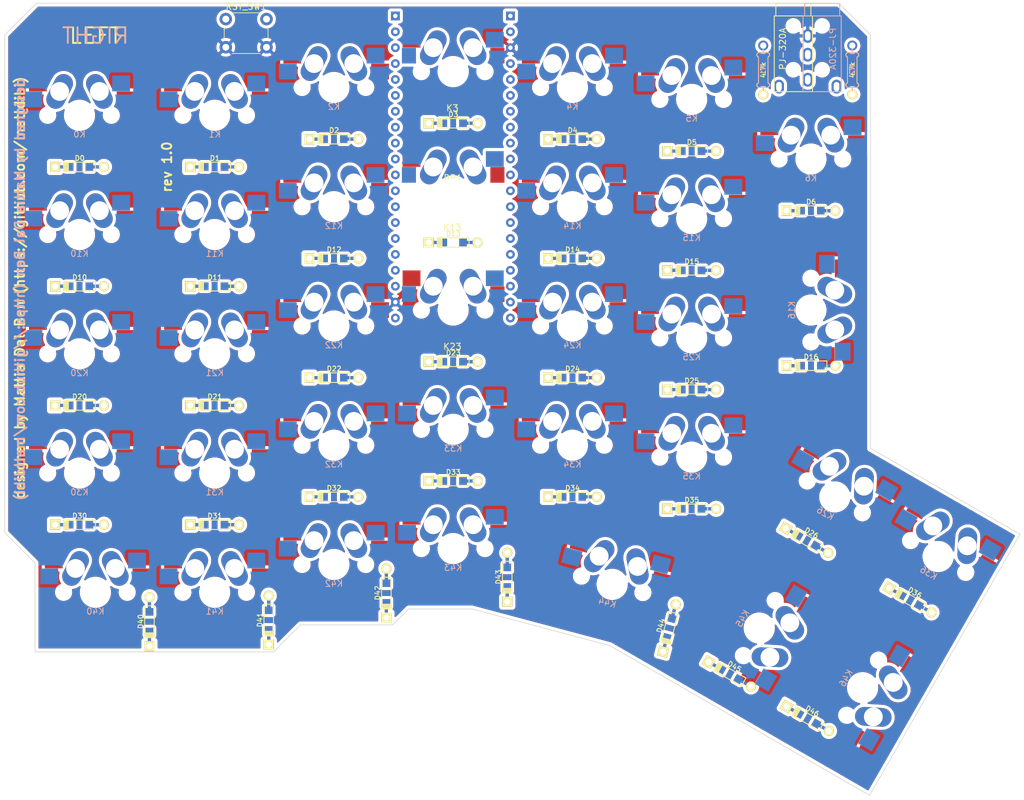
<source format=kicad_pcb>
(kicad_pcb (version 20171130) (host pcbnew "(5.1.5)-3")
  (title_block (title "Redox keyboard PCB") (date 2018-05-05) (rev 1.0) (comment 1 "designed by Mattia Dal Ben (aka u/TiaMaT102)") (comment 2 https://github.com/mattdibi/redox-keyboard))
  (layers (0 F.Cu signal) (31 B.Cu signal hide) (34 B.Paste user hide) (35 F.Paste user) (36 B.SilkS user hide) (37 F.SilkS user hide) (38 B.Mask user) (39 F.Mask user hide) (44 Edge.Cuts user))
  (net 0 "")
  (net 1 "Net-(D0-Pad2)")
  (net 2 row0)
  (net 3 "Net-(D1-Pad2)")
  (net 4 "Net-(D2-Pad2)")
  (net 5 "Net-(D3-Pad2)")
  (net 6 "Net-(D4-Pad2)")
  (net 7 "Net-(D5-Pad2)")
  (net 8 "Net-(D6-Pad2)")
  (net 9 "Net-(D10-Pad2)")
  (net 10 row1)
  (net 11 "Net-(D11-Pad2)")
  (net 12 "Net-(D12-Pad2)")
  (net 13 "Net-(D13-Pad2)")
  (net 14 "Net-(D14-Pad2)")
  (net 15 "Net-(D15-Pad2)")
  (net 16 "Net-(D16-Pad2)")
  (net 17 "Net-(D20-Pad2)")
  (net 18 row2)
  (net 19 "Net-(D21-Pad2)")
  (net 20 "Net-(D22-Pad2)")
  (net 21 "Net-(D23-Pad2)")
  (net 22 "Net-(D24-Pad2)")
  (net 23 "Net-(D25-Pad2)")
  (net 24 "Net-(D26-Pad2)")
  (net 25 "Net-(D30-Pad2)")
  (net 26 row3)
  (net 27 "Net-(D31-Pad2)")
  (net 28 "Net-(D32-Pad2)")
  (net 29 "Net-(D33-Pad2)")
  (net 30 "Net-(D34-Pad2)")
  (net 31 "Net-(D35-Pad2)")
  (net 32 "Net-(D36-Pad2)")
  (net 33 "Net-(D40-Pad2)")
  (net 34 row4)
  (net 35 "Net-(D41-Pad2)")
  (net 36 "Net-(D42-Pad2)")
  (net 37 "Net-(D43-Pad2)")
  (net 38 "Net-(D44-Pad2)")
  (net 39 "Net-(D45-Pad2)")
  (net 40 "Net-(D46-Pad2)")
  (net 41 col0)
  (net 42 col1)
  (net 43 col2)
  (net 44 col3)
  (net 45 col4)
  (net 46 col5)
  (net 47 col6)
  (net 48 VCC)
  (net 49 SDA)
  (net 50 SCL)
  (net 51 GND)
  (net 52 RST)
  (net 53 "Net-(BP1-Pad9)")
  (net 54 "Net-(BP1-Pad20)")
  (net 55 "Net-(BP1-Pad10)")
  (net 56 "Net-(BP1-Pad15)")
  (net 57 "Net-(BP1-Pad1)")
  (net 58 "Net-(BP1-Pad19)")
  (net 59 "Net-(BP1-Pad14)")
  (net 60 "Net-(BP1-Pad13)")
  (net 61 "Net-(BP1-Pad11)")
  (net 62 "Net-(BP1-Pad17)")
  (net 63 "Net-(BP1-Pad8)")
  (net 64 "Net-(BP1-Pad18)")
  (net 65 "Net-(BP1-Pad12)")
  (net 66 "Net-(BP1-Pad32)")
  (net 67 "Net-(BP1-Pad31)")
  (net 68 "Net-(BP1-Pad36)")
  (net 69 "Net-(BP1-Pad30)")
  (net 70 "Net-(BP1-Pad33)")
  (net 71 "Net-(BP1-Pad35)")
  (net 72 "Net-(BP1-Pad23)")
  (net 73 "Net-(BP1-Pad29)")
  (module reversable_hotswap:MXOnly-1U-Hotswap (layer F.Cu) (at 113.03 66.675)
    (fp_text reference K1)
    (fp_text value KEYSW)
    (fp_text user %R (at 0 3.048) (layer B.SilkS) (effects (justify mirror)))
    (pad "" np_thru_hole roundrect (at 3.175 -3.81 296.5) (size 5.85 3) (drill 3) (layers *.Cu *.Mask) (roundrect_rratio 0.5))
    (pad 2 smd rect (at 7.366 -2.54) (size 2.85 2.5) (layers F.Cu F.Paste F.Mask) (net 3 "Net-(D1-Pad2)"))
    (pad 1 smd rect (at -6.65 -5.08) (size 2.85 2.5) (layers F.Cu F.Paste F.Mask) (net 42 col1))
    (pad "" np_thru_hole roundrect (at -3.175 -3.81 63.5) (size 5.85 3) (drill 3) (layers *.Cu *.Mask) (roundrect_rratio 0.5))
    (pad "" np_thru_hole circle (at 0 0) (size 3.9878 3.9878) (drill 3.9878) (layers *.Cu *.Mask))
    (pad "" np_thru_hole circle (at -5.08 0 48.0996) (size 1.75 1.75) (drill 1.75) (layers *.Cu *.Mask))
    (pad "" np_thru_hole circle (at 5.08 0 48.0996) (size 1.75 1.75) (drill 1.75) (layers *.Cu *.Mask))
    (pad 1 smd rect (at -7.366 -2.54) (size 2.85 2.5) (layers B.Cu B.Paste B.Mask) (net 42 col1))
    (pad 2 smd rect (at 6.65 -5.08) (size 2.85 2.5) (layers B.Cu B.Paste B.Mask) (net 3 "Net-(D1-Pad2)"))
  )
  (module reversable_hotswap:MXOnly-1.25U-Hotswap (layer F.Cu) (at 91.44 66.675)
    (fp_text reference K0)
    (fp_text value KEYSW)
    (fp_text user %R (at 0 3.048) (layer B.SilkS) (effects (justify mirror)))
    (pad 1 smd rect (at -6.65 -5.08) (size 2.85 2.5) (layers F.Cu F.Paste F.Mask) (net 41 col0))
    (pad 2 smd rect (at 7.366 -2.54) (size 2.85 2.5) (layers F.Cu F.Paste F.Mask) (net 1 "Net-(D0-Pad2)"))
    (pad "" np_thru_hole roundrect (at 3.175 -3.81 296.5) (size 5.85 3) (drill 3) (layers *.Cu *.Mask) (roundrect_rratio 0.5))
    (pad 2 smd rect (at 6.65 -5.08) (size 2.85 2.5) (layers B.Cu B.Paste B.Mask) (net 1 "Net-(D0-Pad2)"))
    (pad 1 smd rect (at -7.366 -2.54) (size 2.85 2.5) (layers B.Cu B.Paste B.Mask) (net 41 col0))
    (pad "" np_thru_hole roundrect (at -3.175 -3.81 63.5) (size 5.85 3) (drill 3) (layers *.Cu *.Mask) (roundrect_rratio 0.5))
    (pad "" np_thru_hole circle (at 5.08 0 48.0996) (size 1.75 1.75) (drill 1.75) (layers *.Cu *.Mask))
    (pad "" np_thru_hole circle (at -5.08 0 48.0996) (size 1.75 1.75) (drill 1.75) (layers *.Cu *.Mask))
    (pad "" np_thru_hole circle (at 0 0) (size 3.9878 3.9878) (drill 3.9878) (layers *.Cu *.Mask))
  )
  (module reversable_hotswap:BlackPill (layer F.Cu) (at 151.084 76.2)
    (fp_text reference BP1 (at 0 0.5) (layer F.SilkS))
    (fp_text value BlackPill2)
    (pad 40 thru_hole rect (at -9.19 -25.4) (size 1.4 1.4) (drill 0.7) (layers *.Cu *.Mask) (net 2 row0))
    (pad 39 thru_hole circle (at -9.19 -22.86) (size 1.4 1.4) (drill 0.7) (layers *.Cu *.Mask) (net 41 col0))
    (pad 38 thru_hole circle (at -9.19 -20.32) (size 1.4 1.4) (drill 0.7) (layers *.Cu *.Mask) (net 42 col1))
    (pad 37 thru_hole circle (at -9.19 -17.78) (size 1.4 1.4) (drill 0.7) (layers *.Cu *.Mask) (net 43 col2))
    (pad 36 thru_hole circle (at -9.19 -15.24) (size 1.4 1.4) (drill 0.7) (layers *.Cu *.Mask) (net 68 "Net-(BP1-Pad36)"))
    (pad 35 thru_hole circle (at -9.19 -12.7) (size 1.4 1.4) (drill 0.7) (layers *.Cu *.Mask) (net 71 "Net-(BP1-Pad35)"))
    (pad 34 thru_hole circle (at -9.19 -10.16) (size 1.4 1.4) (drill 0.7) (layers *.Cu *.Mask) (net 10 row1))
    (pad 33 thru_hole circle (at -9.19 -7.62) (size 1.4 1.4) (drill 0.7) (layers *.Cu *.Mask) (net 70 "Net-(BP1-Pad33)"))
    (pad 32 thru_hole circle (at -9.19 -5.08) (size 1.4 1.4) (drill 0.7) (layers *.Cu *.Mask) (net 66 "Net-(BP1-Pad32)"))
    (pad 31 thru_hole circle (at -9.19 -2.54) (size 1.4 1.4) (drill 0.7) (layers *.Cu *.Mask) (net 67 "Net-(BP1-Pad31)"))
    (pad 30 thru_hole circle (at -9.19 0) (size 1.4 1.4) (drill 0.7) (layers *.Cu *.Mask) (net 69 "Net-(BP1-Pad30)"))
    (pad 29 thru_hole circle (at -9.19 2.54) (size 1.4 1.4) (drill 0.7) (layers *.Cu *.Mask) (net 73 "Net-(BP1-Pad29)"))
    (pad 28 thru_hole circle (at -9.19 5.08) (size 1.4 1.4) (drill 0.7) (layers *.Cu *.Mask) (net 18 row2))
    (pad 27 thru_hole circle (at -9.19 7.62) (size 1.4 1.4) (drill 0.7) (layers *.Cu *.Mask) (net 50 SCL))
    (pad 26 thru_hole circle (at -9.19 10.16) (size 1.4 1.4) (drill 0.7) (layers *.Cu *.Mask) (net 49 SDA))
    (pad 25 thru_hole circle (at -9.19 12.7) (size 1.4 1.4) (drill 0.7) (layers *.Cu *.Mask) (net 26 row3))
    (pad 24 thru_hole circle (at -9.19 15.24) (size 1.4 1.4) (drill 0.7) (layers *.Cu *.Mask) (net 34 row4))
    (pad 23 thru_hole circle (at -9.19 17.78) (size 1.4 1.4) (drill 0.7) (layers *.Cu *.Mask) (net 72 "Net-(BP1-Pad23)"))
    (pad 22 thru_hole circle (at -9.19 20.32) (size 1.4 1.4) (drill 0.7) (layers *.Cu *.Mask) (net 51 GND))
    (pad 21 thru_hole circle (at -9.19 22.86) (size 1.4 1.4) (drill 0.7) (layers *.Cu *.Mask) (net 48 VCC))
    (pad 20 thru_hole circle (at 9.19 22.86) (size 1.4 1.4) (drill 0.7) (layers *.Cu *.Mask) (net 54 "Net-(BP1-Pad20)"))
    (pad 19 thru_hole circle (at 9.19 20.32) (size 1.4 1.4) (drill 0.7) (layers *.Cu *.Mask) (net 58 "Net-(BP1-Pad19)"))
    (pad 18 thru_hole circle (at 9.19 17.78) (size 1.4 1.4) (drill 0.7) (layers *.Cu *.Mask) (net 64 "Net-(BP1-Pad18)"))
    (pad 17 thru_hole circle (at 9.19 15.24) (size 1.4 1.4) (drill 0.7) (layers *.Cu *.Mask) (net 62 "Net-(BP1-Pad17)"))
    (pad 16 thru_hole circle (at 9.19 12.7) (size 1.4 1.4) (drill 0.7) (layers *.Cu *.Mask) (net 52 RST))
    (pad 15 thru_hole circle (at 9.19 10.16) (size 1.4 1.4) (drill 0.7) (layers *.Cu *.Mask) (net 56 "Net-(BP1-Pad15)"))
    (pad 14 thru_hole circle (at 9.19 7.62) (size 1.4 1.4) (drill 0.7) (layers *.Cu *.Mask) (net 59 "Net-(BP1-Pad14)"))
    (pad 13 thru_hole circle (at 9.19 5.08) (size 1.4 1.4) (drill 0.7) (layers *.Cu *.Mask) (net 60 "Net-(BP1-Pad13)"))
    (pad 12 thru_hole circle (at 9.19 2.54) (size 1.4 1.4) (drill 0.7) (layers *.Cu *.Mask) (net 65 "Net-(BP1-Pad12)"))
    (pad 11 thru_hole circle (at 9.19 0) (size 1.4 1.4) (drill 0.7) (layers *.Cu *.Mask) (net 61 "Net-(BP1-Pad11)"))
    (pad 10 thru_hole circle (at 9.19 -2.54) (size 1.4 1.4) (drill 0.7) (layers *.Cu *.Mask) (net 55 "Net-(BP1-Pad10)"))
    (pad 9 thru_hole circle (at 9.19 -5.08) (size 1.4 1.4) (drill 0.7) (layers *.Cu *.Mask) (net 53 "Net-(BP1-Pad9)"))
    (pad 8 thru_hole circle (at 9.19 -7.62) (size 1.4 1.4) (drill 0.7) (layers *.Cu *.Mask) (net 63 "Net-(BP1-Pad8)"))
    (pad 7 thru_hole circle (at 9.19 -10.16) (size 1.4 1.4) (drill 0.7) (layers *.Cu *.Mask) (net 47 col6))
    (pad 6 thru_hole circle (at 9.19 -12.7) (size 1.4 1.4) (drill 0.7) (layers *.Cu *.Mask) (net 46 col5))
    (pad 5 thru_hole circle (at 9.19 -15.24) (size 1.4 1.4) (drill 0.7) (layers *.Cu *.Mask) (net 45 col4))
    (pad 4 thru_hole circle (at 9.19 -17.78) (size 1.4 1.4) (drill 0.7) (layers *.Cu *.Mask) (net 44 col3))
    (pad 3 thru_hole circle (at 9.19 -20.32) (size 1.4 1.4) (drill 0.7) (layers *.Cu *.Mask) (net 51 GND))
    (pad 2 thru_hole circle (at 9.19 -22.86) (size 1.4 1.4) (drill 0.7) (layers *.Cu *.Mask) (net 48 VCC))
    (pad 1 thru_hole rect (at 9.19 -25.4) (size 1.4 1.4) (drill 0.7) (layers *.Cu *.Mask) (net 57 "Net-(BP1-Pad1)"))
  )
  (module reversable_hotswap:MXOnly-1U-Hotswap (layer F.Cu) (at 132.08 81.28)
    (fp_text reference K12)
    (fp_text value KEYSW)
    (fp_text user %R (at 0 3.048) (layer B.SilkS) (effects (justify mirror)))
    (pad "" np_thru_hole roundrect (at 3.175 -3.81 296.5) (size 5.85 3) (drill 3) (layers *.Cu *.Mask) (roundrect_rratio 0.5))
    (pad 2 smd rect (at 7.366 -2.54) (size 2.85 2.5) (layers F.Cu F.Paste F.Mask) (net 12 "Net-(D12-Pad2)"))
    (pad 1 smd rect (at -6.65 -5.08) (size 2.85 2.5) (layers F.Cu F.Paste F.Mask) (net 43 col2))
    (pad "" np_thru_hole roundrect (at -3.175 -3.81 63.5) (size 5.85 3) (drill 3) (layers *.Cu *.Mask) (roundrect_rratio 0.5))
    (pad "" np_thru_hole circle (at 0 0) (size 3.9878 3.9878) (drill 3.9878) (layers *.Cu *.Mask))
    (pad "" np_thru_hole circle (at -5.08 0 48.0996) (size 1.75 1.75) (drill 1.75) (layers *.Cu *.Mask))
    (pad "" np_thru_hole circle (at 5.08 0 48.0996) (size 1.75 1.75) (drill 1.75) (layers *.Cu *.Mask))
    (pad 1 smd rect (at -7.366 -2.54) (size 2.85 2.5) (layers B.Cu B.Paste B.Mask) (net 43 col2))
    (pad 2 smd rect (at 6.65 -5.08) (size 2.85 2.5) (layers B.Cu B.Paste B.Mask) (net 12 "Net-(D12-Pad2)"))
  )
  (module reversable_hotswap:MXOnly-1U-Hotswap (layer F.Cu) (at 132.08 119.38)
    (fp_text reference K32)
    (fp_text value KEYSW)
    (fp_text user %R (at 0 3.048) (layer B.SilkS) (effects (justify mirror)))
    (pad "" np_thru_hole roundrect (at 3.175 -3.81 296.5) (size 5.85 3) (drill 3) (layers *.Cu *.Mask) (roundrect_rratio 0.5))
    (pad 2 smd rect (at 7.366 -2.54) (size 2.85 2.5) (layers F.Cu F.Paste F.Mask) (net 28 "Net-(D32-Pad2)"))
    (pad 1 smd rect (at -6.65 -5.08) (size 2.85 2.5) (layers F.Cu F.Paste F.Mask) (net 43 col2))
    (pad "" np_thru_hole roundrect (at -3.175 -3.81 63.5) (size 5.85 3) (drill 3) (layers *.Cu *.Mask) (roundrect_rratio 0.5))
    (pad "" np_thru_hole circle (at 0 0) (size 3.9878 3.9878) (drill 3.9878) (layers *.Cu *.Mask))
    (pad "" np_thru_hole circle (at -5.08 0 48.0996) (size 1.75 1.75) (drill 1.75) (layers *.Cu *.Mask))
    (pad "" np_thru_hole circle (at 5.08 0 48.0996) (size 1.75 1.75) (drill 1.75) (layers *.Cu *.Mask))
    (pad 1 smd rect (at -7.366 -2.54) (size 2.85 2.5) (layers B.Cu B.Paste B.Mask) (net 43 col2))
    (pad 2 smd rect (at 6.65 -5.08) (size 2.85 2.5) (layers B.Cu B.Paste B.Mask) (net 28 "Net-(D32-Pad2)"))
  )
  (module reversable_hotswap:MXOnly-1U-Hotswap (layer F.Cu) (at 132.08 62.23)
    (fp_text reference K2)
    (fp_text value KEYSW)
    (fp_text user %R (at 0 3.048) (layer B.SilkS) (effects (justify mirror)))
    (pad "" np_thru_hole roundrect (at 3.175 -3.81 296.5) (size 5.85 3) (drill 3) (layers *.Cu *.Mask) (roundrect_rratio 0.5))
    (pad 2 smd rect (at 7.366 -2.54) (size 2.85 2.5) (layers F.Cu F.Paste F.Mask) (net 4 "Net-(D2-Pad2)"))
    (pad 1 smd rect (at -6.65 -5.08) (size 2.85 2.5) (layers F.Cu F.Paste F.Mask) (net 43 col2))
    (pad "" np_thru_hole roundrect (at -3.175 -3.81 63.5) (size 5.85 3) (drill 3) (layers *.Cu *.Mask) (roundrect_rratio 0.5))
    (pad "" np_thru_hole circle (at 0 0) (size 3.9878 3.9878) (drill 3.9878) (layers *.Cu *.Mask))
    (pad "" np_thru_hole circle (at -5.08 0 48.0996) (size 1.75 1.75) (drill 1.75) (layers *.Cu *.Mask))
    (pad "" np_thru_hole circle (at 5.08 0 48.0996) (size 1.75 1.75) (drill 1.75) (layers *.Cu *.Mask))
    (pad 1 smd rect (at -7.366 -2.54) (size 2.85 2.5) (layers B.Cu B.Paste B.Mask) (net 43 col2))
    (pad 2 smd rect (at 6.65 -5.08) (size 2.85 2.5) (layers B.Cu B.Paste B.Mask) (net 4 "Net-(D2-Pad2)"))
  )
  (module reversable_hotswap:MXOnly-1U-Hotswap (layer F.Cu) (at 170.18 62.23)
    (fp_text reference K4)
    (fp_text value KEYSW)
    (fp_text user %R (at 0 3.048) (layer B.SilkS) (effects (justify mirror)))
    (pad "" np_thru_hole roundrect (at 3.175 -3.81 296.5) (size 5.85 3) (drill 3) (layers *.Cu *.Mask) (roundrect_rratio 0.5))
    (pad 2 smd rect (at 7.366 -2.54) (size 2.85 2.5) (layers F.Cu F.Paste F.Mask) (net 6 "Net-(D4-Pad2)"))
    (pad 1 smd rect (at -6.65 -5.08) (size 2.85 2.5) (layers F.Cu F.Paste F.Mask) (net 45 col4))
    (pad "" np_thru_hole roundrect (at -3.175 -3.81 63.5) (size 5.85 3) (drill 3) (layers *.Cu *.Mask) (roundrect_rratio 0.5))
    (pad "" np_thru_hole circle (at 0 0) (size 3.9878 3.9878) (drill 3.9878) (layers *.Cu *.Mask))
    (pad "" np_thru_hole circle (at -5.08 0 48.0996) (size 1.75 1.75) (drill 1.75) (layers *.Cu *.Mask))
    (pad "" np_thru_hole circle (at 5.08 0 48.0996) (size 1.75 1.75) (drill 1.75) (layers *.Cu *.Mask))
    (pad 1 smd rect (at -7.366 -2.54) (size 2.85 2.5) (layers B.Cu B.Paste B.Mask) (net 45 col4))
    (pad 2 smd rect (at 6.65 -5.08) (size 2.85 2.5) (layers B.Cu B.Paste B.Mask) (net 6 "Net-(D4-Pad2)"))
  )
  (module reversable_hotswap:MXOnly-1U-Hotswap (layer F.Cu) (at 189.23 64.135)
    (fp_text reference K5)
    (fp_text value KEYSW)
    (fp_text user %R (at 0 3.048) (layer B.SilkS) (effects (justify mirror)))
    (pad "" np_thru_hole roundrect (at 3.175 -3.81 296.5) (size 5.85 3) (drill 3) (layers *.Cu *.Mask) (roundrect_rratio 0.5))
    (pad 2 smd rect (at 7.366 -2.54) (size 2.85 2.5) (layers F.Cu F.Paste F.Mask) (net 7 "Net-(D5-Pad2)"))
    (pad 1 smd rect (at -6.65 -5.08) (size 2.85 2.5) (layers F.Cu F.Paste F.Mask) (net 46 col5))
    (pad "" np_thru_hole roundrect (at -3.175 -3.81 63.5) (size 5.85 3) (drill 3) (layers *.Cu *.Mask) (roundrect_rratio 0.5))
    (pad "" np_thru_hole circle (at 0 0) (size 3.9878 3.9878) (drill 3.9878) (layers *.Cu *.Mask))
    (pad "" np_thru_hole circle (at -5.08 0 48.0996) (size 1.75 1.75) (drill 1.75) (layers *.Cu *.Mask))
    (pad "" np_thru_hole circle (at 5.08 0 48.0996) (size 1.75 1.75) (drill 1.75) (layers *.Cu *.Mask))
    (pad 1 smd rect (at -7.366 -2.54) (size 2.85 2.5) (layers B.Cu B.Paste B.Mask) (net 46 col5))
    (pad 2 smd rect (at 6.65 -5.08) (size 2.85 2.5) (layers B.Cu B.Paste B.Mask) (net 7 "Net-(D5-Pad2)"))
  )
  (module reversable_hotswap:MXOnly-1U-Hotswap (layer F.Cu) (at 208.28 73.66)
    (fp_text reference K6)
    (fp_text value KEYSW)
    (fp_text user %R (at 0 3.048) (layer B.SilkS) (effects (justify mirror)))
    (pad "" np_thru_hole roundrect (at 3.175 -3.81 296.5) (size 5.85 3) (drill 3) (layers *.Cu *.Mask) (roundrect_rratio 0.5))
    (pad 2 smd rect (at 7.366 -2.54) (size 2.85 2.5) (layers F.Cu F.Paste F.Mask) (net 8 "Net-(D6-Pad2)"))
    (pad 1 smd rect (at -6.65 -5.08) (size 2.85 2.5) (layers F.Cu F.Paste F.Mask) (net 47 col6))
    (pad "" np_thru_hole roundrect (at -3.175 -3.81 63.5) (size 5.85 3) (drill 3) (layers *.Cu *.Mask) (roundrect_rratio 0.5))
    (pad "" np_thru_hole circle (at 0 0) (size 3.9878 3.9878) (drill 3.9878) (layers *.Cu *.Mask))
    (pad "" np_thru_hole circle (at -5.08 0 48.0996) (size 1.75 1.75) (drill 1.75) (layers *.Cu *.Mask))
    (pad "" np_thru_hole circle (at 5.08 0 48.0996) (size 1.75 1.75) (drill 1.75) (layers *.Cu *.Mask))
    (pad 1 smd rect (at -7.366 -2.54) (size 2.85 2.5) (layers B.Cu B.Paste B.Mask) (net 47 col6))
    (pad 2 smd rect (at 6.65 -5.08) (size 2.85 2.5) (layers B.Cu B.Paste B.Mask) (net 8 "Net-(D6-Pad2)"))
  )
  (module reversable_hotswap:MXOnly-1.25U-Hotswap (layer F.Cu) (at 91.44 85.725)
    (fp_text reference K10)
    (fp_text value KEYSW)
    (fp_text user %R (at 0 3.048) (layer B.SilkS) (effects (justify mirror)))
    (pad 1 smd rect (at -6.65 -5.08) (size 2.85 2.5) (layers F.Cu F.Paste F.Mask) (net 41 col0))
    (pad 2 smd rect (at 7.366 -2.54) (size 2.85 2.5) (layers F.Cu F.Paste F.Mask) (net 9 "Net-(D10-Pad2)"))
    (pad "" np_thru_hole roundrect (at 3.175 -3.81 296.5) (size 5.85 3) (drill 3) (layers *.Cu *.Mask) (roundrect_rratio 0.5))
    (pad 2 smd rect (at 6.65 -5.08) (size 2.85 2.5) (layers B.Cu B.Paste B.Mask) (net 9 "Net-(D10-Pad2)"))
    (pad 1 smd rect (at -7.366 -2.54) (size 2.85 2.5) (layers B.Cu B.Paste B.Mask) (net 41 col0))
    (pad "" np_thru_hole roundrect (at -3.175 -3.81 63.5) (size 5.85 3) (drill 3) (layers *.Cu *.Mask) (roundrect_rratio 0.5))
    (pad "" np_thru_hole circle (at 5.08 0 48.0996) (size 1.75 1.75) (drill 1.75) (layers *.Cu *.Mask))
    (pad "" np_thru_hole circle (at -5.08 0 48.0996) (size 1.75 1.75) (drill 1.75) (layers *.Cu *.Mask))
    (pad "" np_thru_hole circle (at 0 0) (size 3.9878 3.9878) (drill 3.9878) (layers *.Cu *.Mask))
  )
  (module reversable_hotswap:MXOnly-1U-Hotswap (layer F.Cu) (at 113.03 85.725)
    (fp_text reference K11)
    (fp_text value KEYSW)
    (fp_text user %R (at 0 3.048) (layer B.SilkS) (effects (justify mirror)))
    (pad "" np_thru_hole roundrect (at 3.175 -3.81 296.5) (size 5.85 3) (drill 3) (layers *.Cu *.Mask) (roundrect_rratio 0.5))
    (pad 2 smd rect (at 7.366 -2.54) (size 2.85 2.5) (layers F.Cu F.Paste F.Mask) (net 11 "Net-(D11-Pad2)"))
    (pad 1 smd rect (at -6.65 -5.08) (size 2.85 2.5) (layers F.Cu F.Paste F.Mask) (net 42 col1))
    (pad "" np_thru_hole roundrect (at -3.175 -3.81 63.5) (size 5.85 3) (drill 3) (layers *.Cu *.Mask) (roundrect_rratio 0.5))
    (pad "" np_thru_hole circle (at 0 0) (size 3.9878 3.9878) (drill 3.9878) (layers *.Cu *.Mask))
    (pad "" np_thru_hole circle (at -5.08 0 48.0996) (size 1.75 1.75) (drill 1.75) (layers *.Cu *.Mask))
    (pad "" np_thru_hole circle (at 5.08 0 48.0996) (size 1.75 1.75) (drill 1.75) (layers *.Cu *.Mask))
    (pad 1 smd rect (at -7.366 -2.54) (size 2.85 2.5) (layers B.Cu B.Paste B.Mask) (net 42 col1))
    (pad 2 smd rect (at 6.65 -5.08) (size 2.85 2.5) (layers B.Cu B.Paste B.Mask) (net 11 "Net-(D11-Pad2)"))
  )
  (module reversable_hotswap:MXOnly-1U-Hotswap (layer F.Cu) (at 170.18 81.28)
    (fp_text reference K14)
    (fp_text value KEYSW)
    (fp_text user %R (at 0 3.048) (layer B.SilkS) (effects (justify mirror)))
    (pad "" np_thru_hole roundrect (at 3.175 -3.81 296.5) (size 5.85 3) (drill 3) (layers *.Cu *.Mask) (roundrect_rratio 0.5))
    (pad 2 smd rect (at 7.366 -2.54) (size 2.85 2.5) (layers F.Cu F.Paste F.Mask) (net 14 "Net-(D14-Pad2)"))
    (pad 1 smd rect (at -6.65 -5.08) (size 2.85 2.5) (layers F.Cu F.Paste F.Mask) (net 45 col4))
    (pad "" np_thru_hole roundrect (at -3.175 -3.81 63.5) (size 5.85 3) (drill 3) (layers *.Cu *.Mask) (roundrect_rratio 0.5))
    (pad "" np_thru_hole circle (at 0 0) (size 3.9878 3.9878) (drill 3.9878) (layers *.Cu *.Mask))
    (pad "" np_thru_hole circle (at -5.08 0 48.0996) (size 1.75 1.75) (drill 1.75) (layers *.Cu *.Mask))
    (pad "" np_thru_hole circle (at 5.08 0 48.0996) (size 1.75 1.75) (drill 1.75) (layers *.Cu *.Mask))
    (pad 1 smd rect (at -7.366 -2.54) (size 2.85 2.5) (layers B.Cu B.Paste B.Mask) (net 45 col4))
    (pad 2 smd rect (at 6.65 -5.08) (size 2.85 2.5) (layers B.Cu B.Paste B.Mask) (net 14 "Net-(D14-Pad2)"))
  )
  (module reversable_hotswap:MXOnly-1U-Hotswap (layer F.Cu) (at 189.23 83.185)
    (fp_text reference K15)
    (fp_text value KEYSW)
    (fp_text user %R (at 0 3.048) (layer B.SilkS) (effects (justify mirror)))
    (pad "" np_thru_hole roundrect (at 3.175 -3.81 296.5) (size 5.85 3) (drill 3) (layers *.Cu *.Mask) (roundrect_rratio 0.5))
    (pad 2 smd rect (at 7.366 -2.54) (size 2.85 2.5) (layers F.Cu F.Paste F.Mask) (net 15 "Net-(D15-Pad2)"))
    (pad 1 smd rect (at -6.65 -5.08) (size 2.85 2.5) (layers F.Cu F.Paste F.Mask) (net 46 col5))
    (pad "" np_thru_hole roundrect (at -3.175 -3.81 63.5) (size 5.85 3) (drill 3) (layers *.Cu *.Mask) (roundrect_rratio 0.5))
    (pad "" np_thru_hole circle (at 0 0) (size 3.9878 3.9878) (drill 3.9878) (layers *.Cu *.Mask))
    (pad "" np_thru_hole circle (at -5.08 0 48.0996) (size 1.75 1.75) (drill 1.75) (layers *.Cu *.Mask))
    (pad "" np_thru_hole circle (at 5.08 0 48.0996) (size 1.75 1.75) (drill 1.75) (layers *.Cu *.Mask))
    (pad 1 smd rect (at -7.366 -2.54) (size 2.85 2.5) (layers B.Cu B.Paste B.Mask) (net 46 col5))
    (pad 2 smd rect (at 6.65 -5.08) (size 2.85 2.5) (layers B.Cu B.Paste B.Mask) (net 15 "Net-(D15-Pad2)"))
  )
  (module reversable_hotswap:MXOnly-1.5U-Hotswap (layer F.Cu) (at 208.28 97.79 270)
    (fp_text reference K16)
    (fp_text value KEYSW)
    (fp_text user %R (at 0 3.048 90) (layer B.SilkS) (effects (justify mirror)))
    (pad 1 smd rect (at -6.65 -5.08 270) (size 2.85 2.5) (layers F.Cu F.Paste F.Mask) (net 47 col6))
    (pad 2 smd rect (at 7.366 -2.54 270) (size 2.85 2.5) (layers F.Cu F.Paste F.Mask) (net 16 "Net-(D16-Pad2)"))
    (pad "" np_thru_hole roundrect (at 3.175 -3.81 206.5) (size 5.85 3) (drill 3) (layers *.Cu *.Mask) (roundrect_rratio 0.5))
    (pad 2 smd rect (at 6.65 -5.08 270) (size 2.85 2.5) (layers B.Cu B.Paste B.Mask) (net 16 "Net-(D16-Pad2)"))
    (pad 1 smd rect (at -7.366 -2.54 270) (size 2.85 2.5) (layers B.Cu B.Paste B.Mask) (net 47 col6))
    (pad "" np_thru_hole circle (at 0 0 270) (size 3.9878 3.9878) (drill 3.9878) (layers *.Cu *.Mask))
    (pad "" np_thru_hole roundrect (at -3.175 -3.81 333.5) (size 5.85 3) (drill 3) (layers *.Cu *.Mask) (roundrect_rratio 0.5))
    (pad "" np_thru_hole circle (at 5.08 0 318.0996) (size 1.75 1.75) (drill 1.75) (layers *.Cu *.Mask))
    (pad "" np_thru_hole circle (at -5.08 0 318.0996) (size 1.75 1.75) (drill 1.75) (layers *.Cu *.Mask))
  )
  (module reversable_hotswap:MXOnly-1.25U-Hotswap (layer F.Cu) (at 91.44 104.775)
    (fp_text reference K20)
    (fp_text value KEYSW)
    (fp_text user %R (at 0 3.048) (layer B.SilkS) (effects (justify mirror)))
    (pad 1 smd rect (at -6.65 -5.08) (size 2.85 2.5) (layers F.Cu F.Paste F.Mask) (net 41 col0))
    (pad 2 smd rect (at 7.366 -2.54) (size 2.85 2.5) (layers F.Cu F.Paste F.Mask) (net 17 "Net-(D20-Pad2)"))
    (pad "" np_thru_hole roundrect (at 3.175 -3.81 296.5) (size 5.85 3) (drill 3) (layers *.Cu *.Mask) (roundrect_rratio 0.5))
    (pad 2 smd rect (at 6.65 -5.08) (size 2.85 2.5) (layers B.Cu B.Paste B.Mask) (net 17 "Net-(D20-Pad2)"))
    (pad 1 smd rect (at -7.366 -2.54) (size 2.85 2.5) (layers B.Cu B.Paste B.Mask) (net 41 col0))
    (pad "" np_thru_hole roundrect (at -3.175 -3.81 63.5) (size 5.85 3) (drill 3) (layers *.Cu *.Mask) (roundrect_rratio 0.5))
    (pad "" np_thru_hole circle (at 5.08 0 48.0996) (size 1.75 1.75) (drill 1.75) (layers *.Cu *.Mask))
    (pad "" np_thru_hole circle (at -5.08 0 48.0996) (size 1.75 1.75) (drill 1.75) (layers *.Cu *.Mask))
    (pad "" np_thru_hole circle (at 0 0) (size 3.9878 3.9878) (drill 3.9878) (layers *.Cu *.Mask))
  )
  (module reversable_hotswap:MXOnly-1U-Hotswap (layer F.Cu) (at 113.03 104.775)
    (fp_text reference K21)
    (fp_text value KEYSW)
    (fp_text user %R (at 0 3.048) (layer B.SilkS) (effects (justify mirror)))
    (pad "" np_thru_hole roundrect (at 3.175 -3.81 296.5) (size 5.85 3) (drill 3) (layers *.Cu *.Mask) (roundrect_rratio 0.5))
    (pad 2 smd rect (at 7.366 -2.54) (size 2.85 2.5) (layers F.Cu F.Paste F.Mask) (net 19 "Net-(D21-Pad2)"))
    (pad 1 smd rect (at -6.65 -5.08) (size 2.85 2.5) (layers F.Cu F.Paste F.Mask) (net 42 col1))
    (pad "" np_thru_hole roundrect (at -3.175 -3.81 63.5) (size 5.85 3) (drill 3) (layers *.Cu *.Mask) (roundrect_rratio 0.5))
    (pad "" np_thru_hole circle (at 0 0) (size 3.9878 3.9878) (drill 3.9878) (layers *.Cu *.Mask))
    (pad "" np_thru_hole circle (at -5.08 0 48.0996) (size 1.75 1.75) (drill 1.75) (layers *.Cu *.Mask))
    (pad "" np_thru_hole circle (at 5.08 0 48.0996) (size 1.75 1.75) (drill 1.75) (layers *.Cu *.Mask))
    (pad 1 smd rect (at -7.366 -2.54) (size 2.85 2.5) (layers B.Cu B.Paste B.Mask) (net 42 col1))
    (pad 2 smd rect (at 6.65 -5.08) (size 2.85 2.5) (layers B.Cu B.Paste B.Mask) (net 19 "Net-(D21-Pad2)"))
  )
  (module reversable_hotswap:MXOnly-1U-Hotswap (layer F.Cu) (at 132.08 100.33)
    (fp_text reference K22)
    (fp_text value KEYSW)
    (fp_text user %R (at 0 3.048) (layer B.SilkS) (effects (justify mirror)))
    (pad "" np_thru_hole roundrect (at 3.175 -3.81 296.5) (size 5.85 3) (drill 3) (layers *.Cu *.Mask) (roundrect_rratio 0.5))
    (pad 2 smd rect (at 7.366 -2.54) (size 2.85 2.5) (layers F.Cu F.Paste F.Mask) (net 20 "Net-(D22-Pad2)"))
    (pad 1 smd rect (at -6.65 -5.08) (size 2.85 2.5) (layers F.Cu F.Paste F.Mask) (net 43 col2))
    (pad "" np_thru_hole roundrect (at -3.175 -3.81 63.5) (size 5.85 3) (drill 3) (layers *.Cu *.Mask) (roundrect_rratio 0.5))
    (pad "" np_thru_hole circle (at 0 0) (size 3.9878 3.9878) (drill 3.9878) (layers *.Cu *.Mask))
    (pad "" np_thru_hole circle (at -5.08 0 48.0996) (size 1.75 1.75) (drill 1.75) (layers *.Cu *.Mask))
    (pad "" np_thru_hole circle (at 5.08 0 48.0996) (size 1.75 1.75) (drill 1.75) (layers *.Cu *.Mask))
    (pad 1 smd rect (at -7.366 -2.54) (size 2.85 2.5) (layers B.Cu B.Paste B.Mask) (net 43 col2))
    (pad 2 smd rect (at 6.65 -5.08) (size 2.85 2.5) (layers B.Cu B.Paste B.Mask) (net 20 "Net-(D22-Pad2)"))
  )
  (module reversable_hotswap:MXOnly-1U-Hotswap (layer F.Cu) (at 170.18 100.33)
    (fp_text reference K24)
    (fp_text value KEYSW)
    (fp_text user %R (at 0 3.048) (layer B.SilkS) (effects (justify mirror)))
    (pad "" np_thru_hole roundrect (at 3.175 -3.81 296.5) (size 5.85 3) (drill 3) (layers *.Cu *.Mask) (roundrect_rratio 0.5))
    (pad 2 smd rect (at 7.366 -2.54) (size 2.85 2.5) (layers F.Cu F.Paste F.Mask) (net 22 "Net-(D24-Pad2)"))
    (pad 1 smd rect (at -6.65 -5.08) (size 2.85 2.5) (layers F.Cu F.Paste F.Mask) (net 45 col4))
    (pad "" np_thru_hole roundrect (at -3.175 -3.81 63.5) (size 5.85 3) (drill 3) (layers *.Cu *.Mask) (roundrect_rratio 0.5))
    (pad "" np_thru_hole circle (at 0 0) (size 3.9878 3.9878) (drill 3.9878) (layers *.Cu *.Mask))
    (pad "" np_thru_hole circle (at -5.08 0 48.0996) (size 1.75 1.75) (drill 1.75) (layers *.Cu *.Mask))
    (pad "" np_thru_hole circle (at 5.08 0 48.0996) (size 1.75 1.75) (drill 1.75) (layers *.Cu *.Mask))
    (pad 1 smd rect (at -7.366 -2.54) (size 2.85 2.5) (layers B.Cu B.Paste B.Mask) (net 45 col4))
    (pad 2 smd rect (at 6.65 -5.08) (size 2.85 2.5) (layers B.Cu B.Paste B.Mask) (net 22 "Net-(D24-Pad2)"))
  )
  (module reversable_hotswap:MXOnly-1U-Hotswap (layer F.Cu) (at 189.23 102.235)
    (fp_text reference K25)
    (fp_text value KEYSW)
    (fp_text user %R (at 0 3.048) (layer B.SilkS) (effects (justify mirror)))
    (pad "" np_thru_hole roundrect (at 3.175 -3.81 296.5) (size 5.85 3) (drill 3) (layers *.Cu *.Mask) (roundrect_rratio 0.5))
    (pad 2 smd rect (at 7.366 -2.54) (size 2.85 2.5) (layers F.Cu F.Paste F.Mask) (net 23 "Net-(D25-Pad2)"))
    (pad 1 smd rect (at -6.65 -5.08) (size 2.85 2.5) (layers F.Cu F.Paste F.Mask) (net 46 col5))
    (pad "" np_thru_hole roundrect (at -3.175 -3.81 63.5) (size 5.85 3) (drill 3) (layers *.Cu *.Mask) (roundrect_rratio 0.5))
    (pad "" np_thru_hole circle (at 0 0) (size 3.9878 3.9878) (drill 3.9878) (layers *.Cu *.Mask))
    (pad "" np_thru_hole circle (at -5.08 0 48.0996) (size 1.75 1.75) (drill 1.75) (layers *.Cu *.Mask))
    (pad "" np_thru_hole circle (at 5.08 0 48.0996) (size 1.75 1.75) (drill 1.75) (layers *.Cu *.Mask))
    (pad 1 smd rect (at -7.366 -2.54) (size 2.85 2.5) (layers B.Cu B.Paste B.Mask) (net 46 col5))
    (pad 2 smd rect (at 6.65 -5.08) (size 2.85 2.5) (layers B.Cu B.Paste B.Mask) (net 23 "Net-(D25-Pad2)"))
  )
  (module reversable_hotswap:MXOnly-1U-Hotswap (layer F.Cu) (at 212.09 127.635 330)
    (fp_text reference K26)
    (fp_text value KEYSW)
    (fp_text user %R (at 0 3.048 150) (layer B.SilkS) (effects (justify mirror)))
    (pad "" np_thru_hole roundrect (at 3.175 -3.81 266.5) (size 5.85 3) (drill 3) (layers *.Cu *.Mask) (roundrect_rratio 0.5))
    (pad 2 smd rect (at 7.366 -2.54 330) (size 2.85 2.5) (layers F.Cu F.Paste F.Mask) (net 24 "Net-(D26-Pad2)"))
    (pad 1 smd rect (at -6.65 -5.08 330) (size 2.85 2.5) (layers F.Cu F.Paste F.Mask) (net 47 col6))
    (pad "" np_thru_hole roundrect (at -3.175 -3.81 33.5) (size 5.85 3) (drill 3) (layers *.Cu *.Mask) (roundrect_rratio 0.5))
    (pad "" np_thru_hole circle (at 0 0 330) (size 3.9878 3.9878) (drill 3.9878) (layers *.Cu *.Mask))
    (pad "" np_thru_hole circle (at -5.08 0 18.0996) (size 1.75 1.75) (drill 1.75) (layers *.Cu *.Mask))
    (pad "" np_thru_hole circle (at 5.08 0 18.0996) (size 1.75 1.75) (drill 1.75) (layers *.Cu *.Mask))
    (pad 1 smd rect (at -7.366 -2.54 330) (size 2.85 2.5) (layers B.Cu B.Paste B.Mask) (net 47 col6))
    (pad 2 smd rect (at 6.65 -5.08 330) (size 2.85 2.5) (layers B.Cu B.Paste B.Mask) (net 24 "Net-(D26-Pad2)"))
  )
  (module reversable_hotswap:MXOnly-1.25U-Hotswap (layer F.Cu) (at 91.44 123.825)
    (fp_text reference K30)
    (fp_text value KEYSW)
    (fp_text user %R (at 0 3.048) (layer B.SilkS) (effects (justify mirror)))
    (pad 1 smd rect (at -6.65 -5.08) (size 2.85 2.5) (layers F.Cu F.Paste F.Mask) (net 41 col0))
    (pad 2 smd rect (at 7.366 -2.54) (size 2.85 2.5) (layers F.Cu F.Paste F.Mask) (net 25 "Net-(D30-Pad2)"))
    (pad "" np_thru_hole roundrect (at 3.175 -3.81 296.5) (size 5.85 3) (drill 3) (layers *.Cu *.Mask) (roundrect_rratio 0.5))
    (pad 2 smd rect (at 6.65 -5.08) (size 2.85 2.5) (layers B.Cu B.Paste B.Mask) (net 25 "Net-(D30-Pad2)"))
    (pad 1 smd rect (at -7.366 -2.54) (size 2.85 2.5) (layers B.Cu B.Paste B.Mask) (net 41 col0))
    (pad "" np_thru_hole roundrect (at -3.175 -3.81 63.5) (size 5.85 3) (drill 3) (layers *.Cu *.Mask) (roundrect_rratio 0.5))
    (pad "" np_thru_hole circle (at 5.08 0 48.0996) (size 1.75 1.75) (drill 1.75) (layers *.Cu *.Mask))
    (pad "" np_thru_hole circle (at -5.08 0 48.0996) (size 1.75 1.75) (drill 1.75) (layers *.Cu *.Mask))
    (pad "" np_thru_hole circle (at 0 0) (size 3.9878 3.9878) (drill 3.9878) (layers *.Cu *.Mask))
  )
  (module reversable_hotswap:MXOnly-1U-Hotswap (layer F.Cu) (at 113.03 123.825)
    (fp_text reference K31)
    (fp_text value KEYSW)
    (fp_text user %R (at 0 3.048) (layer B.SilkS) (effects (justify mirror)))
    (pad "" np_thru_hole roundrect (at 3.175 -3.81 296.5) (size 5.85 3) (drill 3) (layers *.Cu *.Mask) (roundrect_rratio 0.5))
    (pad 2 smd rect (at 7.366 -2.54) (size 2.85 2.5) (layers F.Cu F.Paste F.Mask) (net 27 "Net-(D31-Pad2)"))
    (pad 1 smd rect (at -6.65 -5.08) (size 2.85 2.5) (layers F.Cu F.Paste F.Mask) (net 42 col1))
    (pad "" np_thru_hole roundrect (at -3.175 -3.81 63.5) (size 5.85 3) (drill 3) (layers *.Cu *.Mask) (roundrect_rratio 0.5))
    (pad "" np_thru_hole circle (at 0 0) (size 3.9878 3.9878) (drill 3.9878) (layers *.Cu *.Mask))
    (pad "" np_thru_hole circle (at -5.08 0 48.0996) (size 1.75 1.75) (drill 1.75) (layers *.Cu *.Mask))
    (pad "" np_thru_hole circle (at 5.08 0 48.0996) (size 1.75 1.75) (drill 1.75) (layers *.Cu *.Mask))
    (pad 1 smd rect (at -7.366 -2.54) (size 2.85 2.5) (layers B.Cu B.Paste B.Mask) (net 42 col1))
    (pad 2 smd rect (at 6.65 -5.08) (size 2.85 2.5) (layers B.Cu B.Paste B.Mask) (net 27 "Net-(D31-Pad2)"))
  )
  (module reversable_hotswap:MXOnly-1U-Hotswap (layer F.Cu) (at 151.13 116.84)
    (fp_text reference K33)
    (fp_text value KEYSW)
    (fp_text user %R (at 0 3.048) (layer B.SilkS) (effects (justify mirror)))
    (pad "" np_thru_hole roundrect (at 3.175 -3.81 296.5) (size 5.85 3) (drill 3) (layers *.Cu *.Mask) (roundrect_rratio 0.5))
    (pad 2 smd rect (at 7.366 -2.54) (size 2.85 2.5) (layers F.Cu F.Paste F.Mask) (net 29 "Net-(D33-Pad2)"))
    (pad 1 smd rect (at -6.65 -5.08) (size 2.85 2.5) (layers F.Cu F.Paste F.Mask) (net 44 col3))
    (pad "" np_thru_hole roundrect (at -3.175 -3.81 63.5) (size 5.85 3) (drill 3) (layers *.Cu *.Mask) (roundrect_rratio 0.5))
    (pad "" np_thru_hole circle (at 0 0) (size 3.9878 3.9878) (drill 3.9878) (layers *.Cu *.Mask))
    (pad "" np_thru_hole circle (at -5.08 0 48.0996) (size 1.75 1.75) (drill 1.75) (layers *.Cu *.Mask))
    (pad "" np_thru_hole circle (at 5.08 0 48.0996) (size 1.75 1.75) (drill 1.75) (layers *.Cu *.Mask))
    (pad 1 smd rect (at -7.366 -2.54) (size 2.85 2.5) (layers B.Cu B.Paste B.Mask) (net 44 col3))
    (pad 2 smd rect (at 6.65 -5.08) (size 2.85 2.5) (layers B.Cu B.Paste B.Mask) (net 29 "Net-(D33-Pad2)"))
  )
  (module reversable_hotswap:MXOnly-1U-Hotswap (layer F.Cu) (at 170.18 119.38)
    (fp_text reference K34)
    (fp_text value KEYSW)
    (fp_text user %R (at 0 3.048) (layer B.SilkS) (effects (justify mirror)))
    (pad "" np_thru_hole roundrect (at 3.175 -3.81 296.5) (size 5.85 3) (drill 3) (layers *.Cu *.Mask) (roundrect_rratio 0.5))
    (pad 2 smd rect (at 7.366 -2.54) (size 2.85 2.5) (layers F.Cu F.Paste F.Mask) (net 30 "Net-(D34-Pad2)"))
    (pad 1 smd rect (at -6.65 -5.08) (size 2.85 2.5) (layers F.Cu F.Paste F.Mask) (net 45 col4))
    (pad "" np_thru_hole roundrect (at -3.175 -3.81 63.5) (size 5.85 3) (drill 3) (layers *.Cu *.Mask) (roundrect_rratio 0.5))
    (pad "" np_thru_hole circle (at 0 0) (size 3.9878 3.9878) (drill 3.9878) (layers *.Cu *.Mask))
    (pad "" np_thru_hole circle (at -5.08 0 48.0996) (size 1.75 1.75) (drill 1.75) (layers *.Cu *.Mask))
    (pad "" np_thru_hole circle (at 5.08 0 48.0996) (size 1.75 1.75) (drill 1.75) (layers *.Cu *.Mask))
    (pad 1 smd rect (at -7.366 -2.54) (size 2.85 2.5) (layers B.Cu B.Paste B.Mask) (net 45 col4))
    (pad 2 smd rect (at 6.65 -5.08) (size 2.85 2.5) (layers B.Cu B.Paste B.Mask) (net 30 "Net-(D34-Pad2)"))
  )
  (module reversable_hotswap:MXOnly-1U-Hotswap (layer F.Cu) (at 189.23 121.285)
    (fp_text reference K35)
    (fp_text value KEYSW)
    (fp_text user %R (at 0 3.048) (layer B.SilkS) (effects (justify mirror)))
    (pad "" np_thru_hole roundrect (at 3.175 -3.81 296.5) (size 5.85 3) (drill 3) (layers *.Cu *.Mask) (roundrect_rratio 0.5))
    (pad 2 smd rect (at 7.366 -2.54) (size 2.85 2.5) (layers F.Cu F.Paste F.Mask) (net 31 "Net-(D35-Pad2)"))
    (pad 1 smd rect (at -6.65 -5.08) (size 2.85 2.5) (layers F.Cu F.Paste F.Mask) (net 46 col5))
    (pad "" np_thru_hole roundrect (at -3.175 -3.81 63.5) (size 5.85 3) (drill 3) (layers *.Cu *.Mask) (roundrect_rratio 0.5))
    (pad "" np_thru_hole circle (at 0 0) (size 3.9878 3.9878) (drill 3.9878) (layers *.Cu *.Mask))
    (pad "" np_thru_hole circle (at -5.08 0 48.0996) (size 1.75 1.75) (drill 1.75) (layers *.Cu *.Mask))
    (pad "" np_thru_hole circle (at 5.08 0 48.0996) (size 1.75 1.75) (drill 1.75) (layers *.Cu *.Mask))
    (pad 1 smd rect (at -7.366 -2.54) (size 2.85 2.5) (layers B.Cu B.Paste B.Mask) (net 46 col5))
    (pad 2 smd rect (at 6.65 -5.08) (size 2.85 2.5) (layers B.Cu B.Paste B.Mask) (net 31 "Net-(D35-Pad2)"))
  )
  (module reversable_hotswap:MXOnly-1U-Hotswap (layer F.Cu) (at 228.6 137.16 330)
    (fp_text reference K36)
    (fp_text value KEYSW)
    (fp_text user %R (at 0 3.048 150) (layer B.SilkS) (effects (justify mirror)))
    (pad "" np_thru_hole roundrect (at 3.175 -3.81 266.5) (size 5.85 3) (drill 3) (layers *.Cu *.Mask) (roundrect_rratio 0.5))
    (pad 2 smd rect (at 7.366 -2.54 330) (size 2.85 2.5) (layers F.Cu F.Paste F.Mask) (net 32 "Net-(D36-Pad2)"))
    (pad 1 smd rect (at -6.65 -5.08 330) (size 2.85 2.5) (layers F.Cu F.Paste F.Mask) (net 47 col6))
    (pad "" np_thru_hole roundrect (at -3.175 -3.81 33.5) (size 5.85 3) (drill 3) (layers *.Cu *.Mask) (roundrect_rratio 0.5))
    (pad "" np_thru_hole circle (at 0 0 330) (size 3.9878 3.9878) (drill 3.9878) (layers *.Cu *.Mask))
    (pad "" np_thru_hole circle (at -5.08 0 18.0996) (size 1.75 1.75) (drill 1.75) (layers *.Cu *.Mask))
    (pad "" np_thru_hole circle (at 5.08 0 18.0996) (size 1.75 1.75) (drill 1.75) (layers *.Cu *.Mask))
    (pad 1 smd rect (at -7.366 -2.54 330) (size 2.85 2.5) (layers B.Cu B.Paste B.Mask) (net 47 col6))
    (pad 2 smd rect (at 6.65 -5.08 330) (size 2.85 2.5) (layers B.Cu B.Paste B.Mask) (net 32 "Net-(D36-Pad2)"))
  )
  (module reversable_hotswap:MXOnly-1U-Hotswap (layer F.Cu) (at 93.98 142.875)
    (fp_text reference K40)
    (fp_text value KEYSW)
    (fp_text user %R (at 0 3.048) (layer B.SilkS) (effects (justify mirror)))
    (pad "" np_thru_hole roundrect (at 3.175 -3.81 296.5) (size 5.85 3) (drill 3) (layers *.Cu *.Mask) (roundrect_rratio 0.5))
    (pad 2 smd rect (at 7.366 -2.54) (size 2.85 2.5) (layers F.Cu F.Paste F.Mask) (net 33 "Net-(D40-Pad2)"))
    (pad 1 smd rect (at -6.65 -5.08) (size 2.85 2.5) (layers F.Cu F.Paste F.Mask) (net 41 col0))
    (pad "" np_thru_hole roundrect (at -3.175 -3.81 63.5) (size 5.85 3) (drill 3) (layers *.Cu *.Mask) (roundrect_rratio 0.5))
    (pad "" np_thru_hole circle (at 0 0) (size 3.9878 3.9878) (drill 3.9878) (layers *.Cu *.Mask))
    (pad "" np_thru_hole circle (at -5.08 0 48.0996) (size 1.75 1.75) (drill 1.75) (layers *.Cu *.Mask))
    (pad "" np_thru_hole circle (at 5.08 0 48.0996) (size 1.75 1.75) (drill 1.75) (layers *.Cu *.Mask))
    (pad 1 smd rect (at -7.366 -2.54) (size 2.85 2.5) (layers B.Cu B.Paste B.Mask) (net 41 col0))
    (pad 2 smd rect (at 6.65 -5.08) (size 2.85 2.5) (layers B.Cu B.Paste B.Mask) (net 33 "Net-(D40-Pad2)"))
  )
  (module reversable_hotswap:MXOnly-1U-Hotswap (layer F.Cu) (at 113.03 142.875)
    (fp_text reference K41)
    (fp_text value KEYSW)
    (fp_text user %R (at 0 3.048) (layer B.SilkS) (effects (justify mirror)))
    (pad "" np_thru_hole roundrect (at 3.175 -3.81 296.5) (size 5.85 3) (drill 3) (layers *.Cu *.Mask) (roundrect_rratio 0.5))
    (pad 2 smd rect (at 7.366 -2.54) (size 2.85 2.5) (layers F.Cu F.Paste F.Mask) (net 35 "Net-(D41-Pad2)"))
    (pad 1 smd rect (at -6.65 -5.08) (size 2.85 2.5) (layers F.Cu F.Paste F.Mask) (net 42 col1))
    (pad "" np_thru_hole roundrect (at -3.175 -3.81 63.5) (size 5.85 3) (drill 3) (layers *.Cu *.Mask) (roundrect_rratio 0.5))
    (pad "" np_thru_hole circle (at 0 0) (size 3.9878 3.9878) (drill 3.9878) (layers *.Cu *.Mask))
    (pad "" np_thru_hole circle (at -5.08 0 48.0996) (size 1.75 1.75) (drill 1.75) (layers *.Cu *.Mask))
    (pad "" np_thru_hole circle (at 5.08 0 48.0996) (size 1.75 1.75) (drill 1.75) (layers *.Cu *.Mask))
    (pad 1 smd rect (at -7.366 -2.54) (size 2.85 2.5) (layers B.Cu B.Paste B.Mask) (net 42 col1))
    (pad 2 smd rect (at 6.65 -5.08) (size 2.85 2.5) (layers B.Cu B.Paste B.Mask) (net 35 "Net-(D41-Pad2)"))
  )
  (module reversable_hotswap:MXOnly-1U-Hotswap (layer F.Cu) (at 132.08 138.43)
    (fp_text reference K42)
    (fp_text value KEYSW)
    (fp_text user %R (at 0 3.048) (layer B.SilkS) (effects (justify mirror)))
    (pad "" np_thru_hole roundrect (at 3.175 -3.81 296.5) (size 5.85 3) (drill 3) (layers *.Cu *.Mask) (roundrect_rratio 0.5))
    (pad 2 smd rect (at 7.366 -2.54) (size 2.85 2.5) (layers F.Cu F.Paste F.Mask) (net 36 "Net-(D42-Pad2)"))
    (pad 1 smd rect (at -6.65 -5.08) (size 2.85 2.5) (layers F.Cu F.Paste F.Mask) (net 43 col2))
    (pad "" np_thru_hole roundrect (at -3.175 -3.81 63.5) (size 5.85 3) (drill 3) (layers *.Cu *.Mask) (roundrect_rratio 0.5))
    (pad "" np_thru_hole circle (at 0 0) (size 3.9878 3.9878) (drill 3.9878) (layers *.Cu *.Mask))
    (pad "" np_thru_hole circle (at -5.08 0 48.0996) (size 1.75 1.75) (drill 1.75) (layers *.Cu *.Mask))
    (pad "" np_thru_hole circle (at 5.08 0 48.0996) (size 1.75 1.75) (drill 1.75) (layers *.Cu *.Mask))
    (pad 1 smd rect (at -7.366 -2.54) (size 2.85 2.5) (layers B.Cu B.Paste B.Mask) (net 43 col2))
    (pad 2 smd rect (at 6.65 -5.08) (size 2.85 2.5) (layers B.Cu B.Paste B.Mask) (net 36 "Net-(D42-Pad2)"))
  )
  (module reversable_hotswap:MXOnly-1U-Hotswap (layer F.Cu) (at 151.13 135.89)
    (fp_text reference K43)
    (fp_text value KEYSW)
    (fp_text user %R (at 0 3.048) (layer B.SilkS) (effects (justify mirror)))
    (pad "" np_thru_hole roundrect (at 3.175 -3.81 296.5) (size 5.85 3) (drill 3) (layers *.Cu *.Mask) (roundrect_rratio 0.5))
    (pad 2 smd rect (at 7.366 -2.54) (size 2.85 2.5) (layers F.Cu F.Paste F.Mask) (net 37 "Net-(D43-Pad2)"))
    (pad 1 smd rect (at -6.65 -5.08) (size 2.85 2.5) (layers F.Cu F.Paste F.Mask) (net 44 col3))
    (pad "" np_thru_hole roundrect (at -3.175 -3.81 63.5) (size 5.85 3) (drill 3) (layers *.Cu *.Mask) (roundrect_rratio 0.5))
    (pad "" np_thru_hole circle (at 0 0) (size 3.9878 3.9878) (drill 3.9878) (layers *.Cu *.Mask))
    (pad "" np_thru_hole circle (at -5.08 0 48.0996) (size 1.75 1.75) (drill 1.75) (layers *.Cu *.Mask))
    (pad "" np_thru_hole circle (at 5.08 0 48.0996) (size 1.75 1.75) (drill 1.75) (layers *.Cu *.Mask))
    (pad 1 smd rect (at -7.366 -2.54) (size 2.85 2.5) (layers B.Cu B.Paste B.Mask) (net 44 col3))
    (pad 2 smd rect (at 6.65 -5.08) (size 2.85 2.5) (layers B.Cu B.Paste B.Mask) (net 37 "Net-(D43-Pad2)"))
  )
  (module reversable_hotswap:MXOnly-1.25U-Hotswap (layer F.Cu) (at 176.53 141.605 345)
    (fp_text reference K44)
    (fp_text value KEYSW)
    (fp_text user %R (at 0 3.048 165) (layer B.SilkS) (effects (justify mirror)))
    (pad 1 smd rect (at -6.65 -5.08 345) (size 2.85 2.5) (layers F.Cu F.Paste F.Mask) (net 45 col4))
    (pad 2 smd rect (at 7.366 -2.54 345) (size 2.85 2.5) (layers F.Cu F.Paste F.Mask) (net 38 "Net-(D44-Pad2)"))
    (pad "" np_thru_hole roundrect (at 3.175 -3.81 281.5) (size 5.85 3) (drill 3) (layers *.Cu *.Mask) (roundrect_rratio 0.5))
    (pad 2 smd rect (at 6.65 -5.08 345) (size 2.85 2.5) (layers B.Cu B.Paste B.Mask) (net 38 "Net-(D44-Pad2)"))
    (pad 1 smd rect (at -7.366 -2.54 345) (size 2.85 2.5) (layers B.Cu B.Paste B.Mask) (net 45 col4))
    (pad "" np_thru_hole roundrect (at -3.175 -3.81 48.5) (size 5.85 3) (drill 3) (layers *.Cu *.Mask) (roundrect_rratio 0.5))
    (pad "" np_thru_hole circle (at 5.08 0 33.0996) (size 1.75 1.75) (drill 1.75) (layers *.Cu *.Mask))
    (pad "" np_thru_hole circle (at -5.08 0 33.0996) (size 1.75 1.75) (drill 1.75) (layers *.Cu *.Mask))
    (pad "" np_thru_hole circle (at 0 0 345) (size 3.9878 3.9878) (drill 3.9878) (layers *.Cu *.Mask))
  )
  (module reversable_hotswap:MXOnly-1.5U-Hotswap (layer F.Cu) (at 200.025 148.59 240)
    (fp_text reference K45)
    (fp_text value KEYSW)
    (fp_text user %R (at 0 3.048 60) (layer B.SilkS) (effects (justify mirror)))
    (pad 1 smd rect (at -6.65 -5.08 240) (size 2.85 2.5) (layers F.Cu F.Paste F.Mask) (net 46 col5))
    (pad 2 smd rect (at 7.366 -2.54 240) (size 2.85 2.5) (layers F.Cu F.Paste F.Mask) (net 39 "Net-(D45-Pad2)"))
    (pad "" np_thru_hole roundrect (at 3.175 -3.81 176.5) (size 5.85 3) (drill 3) (layers *.Cu *.Mask) (roundrect_rratio 0.5))
    (pad 2 smd rect (at 6.65 -5.08 240) (size 2.85 2.5) (layers B.Cu B.Paste B.Mask) (net 39 "Net-(D45-Pad2)"))
    (pad 1 smd rect (at -7.366 -2.54 240) (size 2.85 2.5) (layers B.Cu B.Paste B.Mask) (net 46 col5))
    (pad "" np_thru_hole circle (at 0 0 240) (size 3.9878 3.9878) (drill 3.9878) (layers *.Cu *.Mask))
    (pad "" np_thru_hole roundrect (at -3.175 -3.81 303.5) (size 5.85 3) (drill 3) (layers *.Cu *.Mask) (roundrect_rratio 0.5))
    (pad "" np_thru_hole circle (at 5.08 0 288.0996) (size 1.75 1.75) (drill 1.75) (layers *.Cu *.Mask))
    (pad "" np_thru_hole circle (at -5.08 0 288.0996) (size 1.75 1.75) (drill 1.75) (layers *.Cu *.Mask))
  )
  (module reversable_hotswap:MXOnly-1.5U-Hotswap (layer F.Cu) (at 216.535 158.115 240)
    (fp_text reference K46)
    (fp_text value KEYSW)
    (fp_text user %R (at 0 3.048 60) (layer B.SilkS) (effects (justify mirror)))
    (pad 1 smd rect (at -6.65 -5.08 240) (size 2.85 2.5) (layers F.Cu F.Paste F.Mask) (net 47 col6))
    (pad 2 smd rect (at 7.366 -2.54 240) (size 2.85 2.5) (layers F.Cu F.Paste F.Mask) (net 40 "Net-(D46-Pad2)"))
    (pad "" np_thru_hole roundrect (at 3.175 -3.81 176.5) (size 5.85 3) (drill 3) (layers *.Cu *.Mask) (roundrect_rratio 0.5))
    (pad 2 smd rect (at 6.65 -5.08 240) (size 2.85 2.5) (layers B.Cu B.Paste B.Mask) (net 40 "Net-(D46-Pad2)"))
    (pad 1 smd rect (at -7.366 -2.54 240) (size 2.85 2.5) (layers B.Cu B.Paste B.Mask) (net 47 col6))
    (pad "" np_thru_hole circle (at 0 0 240) (size 3.9878 3.9878) (drill 3.9878) (layers *.Cu *.Mask))
    (pad "" np_thru_hole roundrect (at -3.175 -3.81 303.5) (size 5.85 3) (drill 3) (layers *.Cu *.Mask) (roundrect_rratio 0.5))
    (pad "" np_thru_hole circle (at 5.08 0 288.0996) (size 1.75 1.75) (drill 1.75) (layers *.Cu *.Mask))
    (pad "" np_thru_hole circle (at -5.08 0 288.0996) (size 1.75 1.75) (drill 1.75) (layers *.Cu *.Mask))
  )
  (module reversable_hotswap:MXOnly-1U-Hotswap-Small (layer F.Cu) (at 151.13 59.69)
    (fp_text reference K3 (at -0.127 5.842) (layer F.SilkS))
    (fp_text value KEYSW)
    (pad 1 smd rect (at -7.066 -2.54) (size 2.25 2.5) (layers B.Cu B.Paste B.Mask) (net 44 col3))
    (pad 1 smd rect (at -6.65 -5.08) (size 2.85 2.5) (layers F.Cu F.Paste F.Mask) (net 44 col3))
    (pad 2 smd rect (at 6.65 -5.08) (size 2.85 2.5) (layers B.Cu B.Paste B.Mask) (net 5 "Net-(D3-Pad2)"))
    (pad "" np_thru_hole roundrect (at -3.175 -3.81 63.5) (size 5.85 3) (drill 3) (layers *.Cu *.Mask) (roundrect_rratio 0.5))
    (pad "" np_thru_hole roundrect (at 3.175 -3.81 296.5) (size 5.85 3) (drill 3) (layers *.Cu *.Mask) (roundrect_rratio 0.5))
    (pad 2 smd rect (at 7.066 -2.54) (size 2.25 2.5) (layers F.Cu F.Paste F.Mask) (net 5 "Net-(D3-Pad2)"))
    (pad "" np_thru_hole circle (at -5.08 0 48.0996) (size 1.75 1.75) (drill 1.75) (layers *.Cu *.Mask))
    (pad "" np_thru_hole circle (at 5.08 0 48.0996) (size 1.75 1.75) (drill 1.75) (layers *.Cu *.Mask))
    (pad "" np_thru_hole circle (at 0 0) (size 3.9878 3.9878) (drill 3.9878) (layers *.Cu *.Mask))
  )
  (module reversable_hotswap:MXOnly-1U-Hotswap-Small (layer F.Cu) (at 151.13 78.74)
    (fp_text reference K13 (at -0.127 5.842) (layer F.SilkS))
    (fp_text value KEYSW)
    (pad 1 smd rect (at -7.066 -2.54) (size 2.25 2.5) (layers B.Cu B.Paste B.Mask) (net 44 col3))
    (pad 1 smd rect (at -6.65 -5.08) (size 2.85 2.5) (layers F.Cu F.Paste F.Mask) (net 44 col3))
    (pad 2 smd rect (at 6.65 -5.08) (size 2.85 2.5) (layers B.Cu B.Paste B.Mask) (net 13 "Net-(D13-Pad2)"))
    (pad "" np_thru_hole roundrect (at -3.175 -3.81 63.5) (size 5.85 3) (drill 3) (layers *.Cu *.Mask) (roundrect_rratio 0.5))
    (pad "" np_thru_hole roundrect (at 3.175 -3.81 296.5) (size 5.85 3) (drill 3) (layers *.Cu *.Mask) (roundrect_rratio 0.5))
    (pad 2 smd rect (at 7.066 -2.54) (size 2.25 2.5) (layers F.Cu F.Paste F.Mask) (net 13 "Net-(D13-Pad2)"))
    (pad "" np_thru_hole circle (at -5.08 0 48.0996) (size 1.75 1.75) (drill 1.75) (layers *.Cu *.Mask))
    (pad "" np_thru_hole circle (at 5.08 0 48.0996) (size 1.75 1.75) (drill 1.75) (layers *.Cu *.Mask))
    (pad "" np_thru_hole circle (at 0 0) (size 3.9878 3.9878) (drill 3.9878) (layers *.Cu *.Mask))
  )
  (module reversable_hotswap:MXOnly-1U-Hotswap-Small (layer F.Cu) (at 151.13 97.79)
    (fp_text reference K23 (at -0.127 5.842) (layer F.SilkS))
    (fp_text value KEYSW)
    (pad 1 smd rect (at -7.066 -2.54) (size 2.25 2.5) (layers B.Cu B.Paste B.Mask) (net 44 col3))
    (pad 1 smd rect (at -6.65 -5.08) (size 2.85 2.5) (layers F.Cu F.Paste F.Mask) (net 44 col3))
    (pad 2 smd rect (at 6.65 -5.08) (size 2.85 2.5) (layers B.Cu B.Paste B.Mask) (net 21 "Net-(D23-Pad2)"))
    (pad "" np_thru_hole roundrect (at -3.175 -3.81 63.5) (size 5.85 3) (drill 3) (layers *.Cu *.Mask) (roundrect_rratio 0.5))
    (pad "" np_thru_hole roundrect (at 3.175 -3.81 296.5) (size 5.85 3) (drill 3) (layers *.Cu *.Mask) (roundrect_rratio 0.5))
    (pad 2 smd rect (at 7.066 -2.54) (size 2.25 2.5) (layers F.Cu F.Paste F.Mask) (net 21 "Net-(D23-Pad2)"))
    (pad "" np_thru_hole circle (at -5.08 0 48.0996) (size 1.75 1.75) (drill 1.75) (layers *.Cu *.Mask))
    (pad "" np_thru_hole circle (at 5.08 0 48.0996) (size 1.75 1.75) (drill 1.75) (layers *.Cu *.Mask))
    (pad "" np_thru_hole circle (at 0 0) (size 3.9878 3.9878) (drill 3.9878) (layers *.Cu *.Mask))
  )
  (module Keebio-Parts:Diode-dual (layer F.Cu) (at 91.44 74.93 180)
    (fp_text reference D0 (at -0.0254 1.4 180) (layer F.SilkS) (effects (font (size 0.8 0.8))))
    (fp_text value D hide)
    (pad 2 smd rect (at -2.7 0 180) (size 2.5 0.5) (layers B.Cu) (net 1 "Net-(D0-Pad2)"))
    (pad 2 smd rect (at -1.575 0 180) (size 1.2 1.2) (layers B.Cu B.Paste B.Mask) (net 1 "Net-(D0-Pad2)"))
    (pad 1 smd rect (at 1.575 0 180) (size 1.2 1.2) (layers B.Cu B.Paste B.Mask) (net 2 row0))
    (pad 1 smd rect (at 2.7 0 180) (size 2.5 0.5) (layers B.Cu) (net 2 row0))
    (pad 1 smd rect (at 1.575 0 180) (size 1.2 1.2) (layers F.Cu F.Paste F.Mask) (net 2 row0))
    (pad 2 smd rect (at -1.575 0 180) (size 1.2 1.2) (layers F.Cu F.Paste F.Mask) (net 1 "Net-(D0-Pad2)"))
    (pad 2 thru_hole circle (at -3.9 0 180) (size 1.6 1.6) (drill 1) (layers *.Cu *.Mask F.SilkS) (net 1 "Net-(D0-Pad2)"))
    (pad 1 thru_hole rect (at 3.9 0 180) (size 1.6 1.6) (drill 1) (layers *.Cu *.Mask F.SilkS) (net 2 row0))
    (pad 2 smd rect (at -2.7 0 180) (size 2.5 0.5) (layers F.Cu) (net 1 "Net-(D0-Pad2)"))
    (pad 1 smd rect (at 2.7 0 180) (size 2.5 0.5) (layers F.Cu) (net 2 row0))
  )
  (module Keebio-Parts:Diode-dual (layer F.Cu) (at 113.03 74.93 180)
    (fp_text reference D1 (at -0.0254 1.4 180) (layer F.SilkS) (effects (font (size 0.8 0.8))))
    (fp_text value D hide)
    (pad 2 smd rect (at -2.7 0 180) (size 2.5 0.5) (layers B.Cu) (net 3 "Net-(D1-Pad2)"))
    (pad 2 smd rect (at -1.575 0 180) (size 1.2 1.2) (layers B.Cu B.Paste B.Mask) (net 3 "Net-(D1-Pad2)"))
    (pad 1 smd rect (at 1.575 0 180) (size 1.2 1.2) (layers B.Cu B.Paste B.Mask) (net 2 row0))
    (pad 1 smd rect (at 2.7 0 180) (size 2.5 0.5) (layers B.Cu) (net 2 row0))
    (pad 1 smd rect (at 1.575 0 180) (size 1.2 1.2) (layers F.Cu F.Paste F.Mask) (net 2 row0))
    (pad 2 smd rect (at -1.575 0 180) (size 1.2 1.2) (layers F.Cu F.Paste F.Mask) (net 3 "Net-(D1-Pad2)"))
    (pad 2 thru_hole circle (at -3.9 0 180) (size 1.6 1.6) (drill 1) (layers *.Cu *.Mask F.SilkS) (net 3 "Net-(D1-Pad2)"))
    (pad 1 thru_hole rect (at 3.9 0 180) (size 1.6 1.6) (drill 1) (layers *.Cu *.Mask F.SilkS) (net 2 row0))
    (pad 2 smd rect (at -2.7 0 180) (size 2.5 0.5) (layers F.Cu) (net 3 "Net-(D1-Pad2)"))
    (pad 1 smd rect (at 2.7 0 180) (size 2.5 0.5) (layers F.Cu) (net 2 row0))
  )
  (module Keebio-Parts:Diode-dual (layer F.Cu) (at 132.08 70.485 180)
    (fp_text reference D2 (at -0.0254 1.4 180) (layer F.SilkS) (effects (font (size 0.8 0.8))))
    (fp_text value D hide)
    (pad 2 smd rect (at -2.7 0 180) (size 2.5 0.5) (layers B.Cu) (net 4 "Net-(D2-Pad2)"))
    (pad 2 smd rect (at -1.575 0 180) (size 1.2 1.2) (layers B.Cu B.Paste B.Mask) (net 4 "Net-(D2-Pad2)"))
    (pad 1 smd rect (at 1.575 0 180) (size 1.2 1.2) (layers B.Cu B.Paste B.Mask) (net 2 row0))
    (pad 1 smd rect (at 2.7 0 180) (size 2.5 0.5) (layers B.Cu) (net 2 row0))
    (pad 1 smd rect (at 1.575 0 180) (size 1.2 1.2) (layers F.Cu F.Paste F.Mask) (net 2 row0))
    (pad 2 smd rect (at -1.575 0 180) (size 1.2 1.2) (layers F.Cu F.Paste F.Mask) (net 4 "Net-(D2-Pad2)"))
    (pad 2 thru_hole circle (at -3.9 0 180) (size 1.6 1.6) (drill 1) (layers *.Cu *.Mask F.SilkS) (net 4 "Net-(D2-Pad2)"))
    (pad 1 thru_hole rect (at 3.9 0 180) (size 1.6 1.6) (drill 1) (layers *.Cu *.Mask F.SilkS) (net 2 row0))
    (pad 2 smd rect (at -2.7 0 180) (size 2.5 0.5) (layers F.Cu) (net 4 "Net-(D2-Pad2)"))
    (pad 1 smd rect (at 2.7 0 180) (size 2.5 0.5) (layers F.Cu) (net 2 row0))
  )
  (module Keebio-Parts:Diode-dual (layer F.Cu) (at 151.13 67.945 180)
    (fp_text reference D3 (at -0.0254 1.4 180) (layer F.SilkS) (effects (font (size 0.8 0.8))))
    (fp_text value D hide)
    (pad 2 smd rect (at -2.7 0 180) (size 2.5 0.5) (layers B.Cu) (net 5 "Net-(D3-Pad2)"))
    (pad 2 smd rect (at -1.575 0 180) (size 1.2 1.2) (layers B.Cu B.Paste B.Mask) (net 5 "Net-(D3-Pad2)"))
    (pad 1 smd rect (at 1.575 0 180) (size 1.2 1.2) (layers B.Cu B.Paste B.Mask) (net 2 row0))
    (pad 1 smd rect (at 2.7 0 180) (size 2.5 0.5) (layers B.Cu) (net 2 row0))
    (pad 1 smd rect (at 1.575 0 180) (size 1.2 1.2) (layers F.Cu F.Paste F.Mask) (net 2 row0))
    (pad 2 smd rect (at -1.575 0 180) (size 1.2 1.2) (layers F.Cu F.Paste F.Mask) (net 5 "Net-(D3-Pad2)"))
    (pad 2 thru_hole circle (at -3.9 0 180) (size 1.6 1.6) (drill 1) (layers *.Cu *.Mask F.SilkS) (net 5 "Net-(D3-Pad2)"))
    (pad 1 thru_hole rect (at 3.9 0 180) (size 1.6 1.6) (drill 1) (layers *.Cu *.Mask F.SilkS) (net 2 row0))
    (pad 2 smd rect (at -2.7 0 180) (size 2.5 0.5) (layers F.Cu) (net 5 "Net-(D3-Pad2)"))
    (pad 1 smd rect (at 2.7 0 180) (size 2.5 0.5) (layers F.Cu) (net 2 row0))
  )
  (module Keebio-Parts:Diode-dual (layer F.Cu) (at 170.18 70.485 180)
    (fp_text reference D4 (at -0.0254 1.4 180) (layer F.SilkS) (effects (font (size 0.8 0.8))))
    (fp_text value D hide)
    (pad 2 smd rect (at -2.7 0 180) (size 2.5 0.5) (layers B.Cu) (net 6 "Net-(D4-Pad2)"))
    (pad 2 smd rect (at -1.575 0 180) (size 1.2 1.2) (layers B.Cu B.Paste B.Mask) (net 6 "Net-(D4-Pad2)"))
    (pad 1 smd rect (at 1.575 0 180) (size 1.2 1.2) (layers B.Cu B.Paste B.Mask) (net 2 row0))
    (pad 1 smd rect (at 2.7 0 180) (size 2.5 0.5) (layers B.Cu) (net 2 row0))
    (pad 1 smd rect (at 1.575 0 180) (size 1.2 1.2) (layers F.Cu F.Paste F.Mask) (net 2 row0))
    (pad 2 smd rect (at -1.575 0 180) (size 1.2 1.2) (layers F.Cu F.Paste F.Mask) (net 6 "Net-(D4-Pad2)"))
    (pad 2 thru_hole circle (at -3.9 0 180) (size 1.6 1.6) (drill 1) (layers *.Cu *.Mask F.SilkS) (net 6 "Net-(D4-Pad2)"))
    (pad 1 thru_hole rect (at 3.9 0 180) (size 1.6 1.6) (drill 1) (layers *.Cu *.Mask F.SilkS) (net 2 row0))
    (pad 2 smd rect (at -2.7 0 180) (size 2.5 0.5) (layers F.Cu) (net 6 "Net-(D4-Pad2)"))
    (pad 1 smd rect (at 2.7 0 180) (size 2.5 0.5) (layers F.Cu) (net 2 row0))
  )
  (module Keebio-Parts:Diode-dual (layer F.Cu) (at 189.23 72.39 180)
    (fp_text reference D5 (at -0.0254 1.4 180) (layer F.SilkS) (effects (font (size 0.8 0.8))))
    (fp_text value D hide)
    (pad 2 smd rect (at -2.7 0 180) (size 2.5 0.5) (layers B.Cu) (net 7 "Net-(D5-Pad2)"))
    (pad 2 smd rect (at -1.575 0 180) (size 1.2 1.2) (layers B.Cu B.Paste B.Mask) (net 7 "Net-(D5-Pad2)"))
    (pad 1 smd rect (at 1.575 0 180) (size 1.2 1.2) (layers B.Cu B.Paste B.Mask) (net 2 row0))
    (pad 1 smd rect (at 2.7 0 180) (size 2.5 0.5) (layers B.Cu) (net 2 row0))
    (pad 1 smd rect (at 1.575 0 180) (size 1.2 1.2) (layers F.Cu F.Paste F.Mask) (net 2 row0))
    (pad 2 smd rect (at -1.575 0 180) (size 1.2 1.2) (layers F.Cu F.Paste F.Mask) (net 7 "Net-(D5-Pad2)"))
    (pad 2 thru_hole circle (at -3.9 0 180) (size 1.6 1.6) (drill 1) (layers *.Cu *.Mask F.SilkS) (net 7 "Net-(D5-Pad2)"))
    (pad 1 thru_hole rect (at 3.9 0 180) (size 1.6 1.6) (drill 1) (layers *.Cu *.Mask F.SilkS) (net 2 row0))
    (pad 2 smd rect (at -2.7 0 180) (size 2.5 0.5) (layers F.Cu) (net 7 "Net-(D5-Pad2)"))
    (pad 1 smd rect (at 2.7 0 180) (size 2.5 0.5) (layers F.Cu) (net 2 row0))
  )
  (module Keebio-Parts:Diode-dual (layer F.Cu) (at 208.28 81.915 180)
    (fp_text reference D6 (at -0.0254 1.4 180) (layer F.SilkS) (effects (font (size 0.8 0.8))))
    (fp_text value D hide)
    (pad 2 smd rect (at -2.7 0 180) (size 2.5 0.5) (layers B.Cu) (net 8 "Net-(D6-Pad2)"))
    (pad 2 smd rect (at -1.575 0 180) (size 1.2 1.2) (layers B.Cu B.Paste B.Mask) (net 8 "Net-(D6-Pad2)"))
    (pad 1 smd rect (at 1.575 0 180) (size 1.2 1.2) (layers B.Cu B.Paste B.Mask) (net 2 row0))
    (pad 1 smd rect (at 2.7 0 180) (size 2.5 0.5) (layers B.Cu) (net 2 row0))
    (pad 1 smd rect (at 1.575 0 180) (size 1.2 1.2) (layers F.Cu F.Paste F.Mask) (net 2 row0))
    (pad 2 smd rect (at -1.575 0 180) (size 1.2 1.2) (layers F.Cu F.Paste F.Mask) (net 8 "Net-(D6-Pad2)"))
    (pad 2 thru_hole circle (at -3.9 0 180) (size 1.6 1.6) (drill 1) (layers *.Cu *.Mask F.SilkS) (net 8 "Net-(D6-Pad2)"))
    (pad 1 thru_hole rect (at 3.9 0 180) (size 1.6 1.6) (drill 1) (layers *.Cu *.Mask F.SilkS) (net 2 row0))
    (pad 2 smd rect (at -2.7 0 180) (size 2.5 0.5) (layers F.Cu) (net 8 "Net-(D6-Pad2)"))
    (pad 1 smd rect (at 2.7 0 180) (size 2.5 0.5) (layers F.Cu) (net 2 row0))
  )
  (module Keebio-Parts:Diode-dual (layer F.Cu) (at 91.44 93.98 180)
    (fp_text reference D10 (at -0.0254 1.4 180) (layer F.SilkS) (effects (font (size 0.8 0.8))))
    (fp_text value D hide)
    (pad 2 smd rect (at -2.7 0 180) (size 2.5 0.5) (layers B.Cu) (net 9 "Net-(D10-Pad2)"))
    (pad 2 smd rect (at -1.575 0 180) (size 1.2 1.2) (layers B.Cu B.Paste B.Mask) (net 9 "Net-(D10-Pad2)"))
    (pad 1 smd rect (at 1.575 0 180) (size 1.2 1.2) (layers B.Cu B.Paste B.Mask) (net 10 row1))
    (pad 1 smd rect (at 2.7 0 180) (size 2.5 0.5) (layers B.Cu) (net 10 row1))
    (pad 1 smd rect (at 1.575 0 180) (size 1.2 1.2) (layers F.Cu F.Paste F.Mask) (net 10 row1))
    (pad 2 smd rect (at -1.575 0 180) (size 1.2 1.2) (layers F.Cu F.Paste F.Mask) (net 9 "Net-(D10-Pad2)"))
    (pad 2 thru_hole circle (at -3.9 0 180) (size 1.6 1.6) (drill 1) (layers *.Cu *.Mask F.SilkS) (net 9 "Net-(D10-Pad2)"))
    (pad 1 thru_hole rect (at 3.9 0 180) (size 1.6 1.6) (drill 1) (layers *.Cu *.Mask F.SilkS) (net 10 row1))
    (pad 2 smd rect (at -2.7 0 180) (size 2.5 0.5) (layers F.Cu) (net 9 "Net-(D10-Pad2)"))
    (pad 1 smd rect (at 2.7 0 180) (size 2.5 0.5) (layers F.Cu) (net 10 row1))
  )
  (module Keebio-Parts:Diode-dual (layer F.Cu) (at 113.03 93.98 180)
    (fp_text reference D11 (at -0.0254 1.4 180) (layer F.SilkS) (effects (font (size 0.8 0.8))))
    (fp_text value D hide)
    (pad 2 smd rect (at -2.7 0 180) (size 2.5 0.5) (layers B.Cu) (net 11 "Net-(D11-Pad2)"))
    (pad 2 smd rect (at -1.575 0 180) (size 1.2 1.2) (layers B.Cu B.Paste B.Mask) (net 11 "Net-(D11-Pad2)"))
    (pad 1 smd rect (at 1.575 0 180) (size 1.2 1.2) (layers B.Cu B.Paste B.Mask) (net 10 row1))
    (pad 1 smd rect (at 2.7 0 180) (size 2.5 0.5) (layers B.Cu) (net 10 row1))
    (pad 1 smd rect (at 1.575 0 180) (size 1.2 1.2) (layers F.Cu F.Paste F.Mask) (net 10 row1))
    (pad 2 smd rect (at -1.575 0 180) (size 1.2 1.2) (layers F.Cu F.Paste F.Mask) (net 11 "Net-(D11-Pad2)"))
    (pad 2 thru_hole circle (at -3.9 0 180) (size 1.6 1.6) (drill 1) (layers *.Cu *.Mask F.SilkS) (net 11 "Net-(D11-Pad2)"))
    (pad 1 thru_hole rect (at 3.9 0 180) (size 1.6 1.6) (drill 1) (layers *.Cu *.Mask F.SilkS) (net 10 row1))
    (pad 2 smd rect (at -2.7 0 180) (size 2.5 0.5) (layers F.Cu) (net 11 "Net-(D11-Pad2)"))
    (pad 1 smd rect (at 2.7 0 180) (size 2.5 0.5) (layers F.Cu) (net 10 row1))
  )
  (module Keebio-Parts:Diode-dual (layer F.Cu) (at 132.08 89.535 180)
    (fp_text reference D12 (at -0.0254 1.4 180) (layer F.SilkS) (effects (font (size 0.8 0.8))))
    (fp_text value D hide)
    (pad 2 smd rect (at -2.7 0 180) (size 2.5 0.5) (layers B.Cu) (net 12 "Net-(D12-Pad2)"))
    (pad 2 smd rect (at -1.575 0 180) (size 1.2 1.2) (layers B.Cu B.Paste B.Mask) (net 12 "Net-(D12-Pad2)"))
    (pad 1 smd rect (at 1.575 0 180) (size 1.2 1.2) (layers B.Cu B.Paste B.Mask) (net 10 row1))
    (pad 1 smd rect (at 2.7 0 180) (size 2.5 0.5) (layers B.Cu) (net 10 row1))
    (pad 1 smd rect (at 1.575 0 180) (size 1.2 1.2) (layers F.Cu F.Paste F.Mask) (net 10 row1))
    (pad 2 smd rect (at -1.575 0 180) (size 1.2 1.2) (layers F.Cu F.Paste F.Mask) (net 12 "Net-(D12-Pad2)"))
    (pad 2 thru_hole circle (at -3.9 0 180) (size 1.6 1.6) (drill 1) (layers *.Cu *.Mask F.SilkS) (net 12 "Net-(D12-Pad2)"))
    (pad 1 thru_hole rect (at 3.9 0 180) (size 1.6 1.6) (drill 1) (layers *.Cu *.Mask F.SilkS) (net 10 row1))
    (pad 2 smd rect (at -2.7 0 180) (size 2.5 0.5) (layers F.Cu) (net 12 "Net-(D12-Pad2)"))
    (pad 1 smd rect (at 2.7 0 180) (size 2.5 0.5) (layers F.Cu) (net 10 row1))
  )
  (module Keebio-Parts:Diode-dual (layer F.Cu) (at 151.13 86.995 180)
    (fp_text reference D13 (at -0.0254 1.4 180) (layer F.SilkS) (effects (font (size 0.8 0.8))))
    (fp_text value D hide)
    (pad 2 smd rect (at -2.7 0 180) (size 2.5 0.5) (layers B.Cu) (net 13 "Net-(D13-Pad2)"))
    (pad 2 smd rect (at -1.575 0 180) (size 1.2 1.2) (layers B.Cu B.Paste B.Mask) (net 13 "Net-(D13-Pad2)"))
    (pad 1 smd rect (at 1.575 0 180) (size 1.2 1.2) (layers B.Cu B.Paste B.Mask) (net 10 row1))
    (pad 1 smd rect (at 2.7 0 180) (size 2.5 0.5) (layers B.Cu) (net 10 row1))
    (pad 1 smd rect (at 1.575 0 180) (size 1.2 1.2) (layers F.Cu F.Paste F.Mask) (net 10 row1))
    (pad 2 smd rect (at -1.575 0 180) (size 1.2 1.2) (layers F.Cu F.Paste F.Mask) (net 13 "Net-(D13-Pad2)"))
    (pad 2 thru_hole circle (at -3.9 0 180) (size 1.6 1.6) (drill 1) (layers *.Cu *.Mask F.SilkS) (net 13 "Net-(D13-Pad2)"))
    (pad 1 thru_hole rect (at 3.9 0 180) (size 1.6 1.6) (drill 1) (layers *.Cu *.Mask F.SilkS) (net 10 row1))
    (pad 2 smd rect (at -2.7 0 180) (size 2.5 0.5) (layers F.Cu) (net 13 "Net-(D13-Pad2)"))
    (pad 1 smd rect (at 2.7 0 180) (size 2.5 0.5) (layers F.Cu) (net 10 row1))
  )
  (module Keebio-Parts:Diode-dual (layer F.Cu) (at 170.18 89.535 180)
    (fp_text reference D14 (at -0.0254 1.4 180) (layer F.SilkS) (effects (font (size 0.8 0.8))))
    (fp_text value D hide)
    (pad 2 smd rect (at -2.7 0 180) (size 2.5 0.5) (layers B.Cu) (net 14 "Net-(D14-Pad2)"))
    (pad 2 smd rect (at -1.575 0 180) (size 1.2 1.2) (layers B.Cu B.Paste B.Mask) (net 14 "Net-(D14-Pad2)"))
    (pad 1 smd rect (at 1.575 0 180) (size 1.2 1.2) (layers B.Cu B.Paste B.Mask) (net 10 row1))
    (pad 1 smd rect (at 2.7 0 180) (size 2.5 0.5) (layers B.Cu) (net 10 row1))
    (pad 1 smd rect (at 1.575 0 180) (size 1.2 1.2) (layers F.Cu F.Paste F.Mask) (net 10 row1))
    (pad 2 smd rect (at -1.575 0 180) (size 1.2 1.2) (layers F.Cu F.Paste F.Mask) (net 14 "Net-(D14-Pad2)"))
    (pad 2 thru_hole circle (at -3.9 0 180) (size 1.6 1.6) (drill 1) (layers *.Cu *.Mask F.SilkS) (net 14 "Net-(D14-Pad2)"))
    (pad 1 thru_hole rect (at 3.9 0 180) (size 1.6 1.6) (drill 1) (layers *.Cu *.Mask F.SilkS) (net 10 row1))
    (pad 2 smd rect (at -2.7 0 180) (size 2.5 0.5) (layers F.Cu) (net 14 "Net-(D14-Pad2)"))
    (pad 1 smd rect (at 2.7 0 180) (size 2.5 0.5) (layers F.Cu) (net 10 row1))
  )
  (module Keebio-Parts:Diode-dual (layer F.Cu) (at 189.23 91.44 180)
    (fp_text reference D15 (at -0.0254 1.4 180) (layer F.SilkS) (effects (font (size 0.8 0.8))))
    (fp_text value D hide)
    (pad 2 smd rect (at -2.7 0 180) (size 2.5 0.5) (layers B.Cu) (net 15 "Net-(D15-Pad2)"))
    (pad 2 smd rect (at -1.575 0 180) (size 1.2 1.2) (layers B.Cu B.Paste B.Mask) (net 15 "Net-(D15-Pad2)"))
    (pad 1 smd rect (at 1.575 0 180) (size 1.2 1.2) (layers B.Cu B.Paste B.Mask) (net 10 row1))
    (pad 1 smd rect (at 2.7 0 180) (size 2.5 0.5) (layers B.Cu) (net 10 row1))
    (pad 1 smd rect (at 1.575 0 180) (size 1.2 1.2) (layers F.Cu F.Paste F.Mask) (net 10 row1))
    (pad 2 smd rect (at -1.575 0 180) (size 1.2 1.2) (layers F.Cu F.Paste F.Mask) (net 15 "Net-(D15-Pad2)"))
    (pad 2 thru_hole circle (at -3.9 0 180) (size 1.6 1.6) (drill 1) (layers *.Cu *.Mask F.SilkS) (net 15 "Net-(D15-Pad2)"))
    (pad 1 thru_hole rect (at 3.9 0 180) (size 1.6 1.6) (drill 1) (layers *.Cu *.Mask F.SilkS) (net 10 row1))
    (pad 2 smd rect (at -2.7 0 180) (size 2.5 0.5) (layers F.Cu) (net 15 "Net-(D15-Pad2)"))
    (pad 1 smd rect (at 2.7 0 180) (size 2.5 0.5) (layers F.Cu) (net 10 row1))
  )
  (module Keebio-Parts:Diode-dual (layer F.Cu) (at 208.28 106.68 180)
    (fp_text reference D16 (at -0.0254 1.4 180) (layer F.SilkS) (effects (font (size 0.8 0.8))))
    (fp_text value D hide)
    (pad 2 smd rect (at -2.7 0 180) (size 2.5 0.5) (layers B.Cu) (net 16 "Net-(D16-Pad2)"))
    (pad 2 smd rect (at -1.575 0 180) (size 1.2 1.2) (layers B.Cu B.Paste B.Mask) (net 16 "Net-(D16-Pad2)"))
    (pad 1 smd rect (at 1.575 0 180) (size 1.2 1.2) (layers B.Cu B.Paste B.Mask) (net 10 row1))
    (pad 1 smd rect (at 2.7 0 180) (size 2.5 0.5) (layers B.Cu) (net 10 row1))
    (pad 1 smd rect (at 1.575 0 180) (size 1.2 1.2) (layers F.Cu F.Paste F.Mask) (net 10 row1))
    (pad 2 smd rect (at -1.575 0 180) (size 1.2 1.2) (layers F.Cu F.Paste F.Mask) (net 16 "Net-(D16-Pad2)"))
    (pad 2 thru_hole circle (at -3.9 0 180) (size 1.6 1.6) (drill 1) (layers *.Cu *.Mask F.SilkS) (net 16 "Net-(D16-Pad2)"))
    (pad 1 thru_hole rect (at 3.9 0 180) (size 1.6 1.6) (drill 1) (layers *.Cu *.Mask F.SilkS) (net 10 row1))
    (pad 2 smd rect (at -2.7 0 180) (size 2.5 0.5) (layers F.Cu) (net 16 "Net-(D16-Pad2)"))
    (pad 1 smd rect (at 2.7 0 180) (size 2.5 0.5) (layers F.Cu) (net 10 row1))
  )
  (module Keebio-Parts:Diode-dual (layer F.Cu) (at 91.44 113.03 180)
    (fp_text reference D20 (at -0.0254 1.4 180) (layer F.SilkS) (effects (font (size 0.8 0.8))))
    (fp_text value D hide)
    (pad 2 smd rect (at -2.7 0 180) (size 2.5 0.5) (layers B.Cu) (net 17 "Net-(D20-Pad2)"))
    (pad 2 smd rect (at -1.575 0 180) (size 1.2 1.2) (layers B.Cu B.Paste B.Mask) (net 17 "Net-(D20-Pad2)"))
    (pad 1 smd rect (at 1.575 0 180) (size 1.2 1.2) (layers B.Cu B.Paste B.Mask) (net 18 row2))
    (pad 1 smd rect (at 2.7 0 180) (size 2.5 0.5) (layers B.Cu) (net 18 row2))
    (pad 1 smd rect (at 1.575 0 180) (size 1.2 1.2) (layers F.Cu F.Paste F.Mask) (net 18 row2))
    (pad 2 smd rect (at -1.575 0 180) (size 1.2 1.2) (layers F.Cu F.Paste F.Mask) (net 17 "Net-(D20-Pad2)"))
    (pad 2 thru_hole circle (at -3.9 0 180) (size 1.6 1.6) (drill 1) (layers *.Cu *.Mask F.SilkS) (net 17 "Net-(D20-Pad2)"))
    (pad 1 thru_hole rect (at 3.9 0 180) (size 1.6 1.6) (drill 1) (layers *.Cu *.Mask F.SilkS) (net 18 row2))
    (pad 2 smd rect (at -2.7 0 180) (size 2.5 0.5) (layers F.Cu) (net 17 "Net-(D20-Pad2)"))
    (pad 1 smd rect (at 2.7 0 180) (size 2.5 0.5) (layers F.Cu) (net 18 row2))
  )
  (module Keebio-Parts:Diode-dual (layer F.Cu) (at 113.03 113.03 180)
    (fp_text reference D21 (at -0.0254 1.4 180) (layer F.SilkS) (effects (font (size 0.8 0.8))))
    (fp_text value D hide)
    (pad 2 smd rect (at -2.7 0 180) (size 2.5 0.5) (layers B.Cu) (net 19 "Net-(D21-Pad2)"))
    (pad 2 smd rect (at -1.575 0 180) (size 1.2 1.2) (layers B.Cu B.Paste B.Mask) (net 19 "Net-(D21-Pad2)"))
    (pad 1 smd rect (at 1.575 0 180) (size 1.2 1.2) (layers B.Cu B.Paste B.Mask) (net 18 row2))
    (pad 1 smd rect (at 2.7 0 180) (size 2.5 0.5) (layers B.Cu) (net 18 row2))
    (pad 1 smd rect (at 1.575 0 180) (size 1.2 1.2) (layers F.Cu F.Paste F.Mask) (net 18 row2))
    (pad 2 smd rect (at -1.575 0 180) (size 1.2 1.2) (layers F.Cu F.Paste F.Mask) (net 19 "Net-(D21-Pad2)"))
    (pad 2 thru_hole circle (at -3.9 0 180) (size 1.6 1.6) (drill 1) (layers *.Cu *.Mask F.SilkS) (net 19 "Net-(D21-Pad2)"))
    (pad 1 thru_hole rect (at 3.9 0 180) (size 1.6 1.6) (drill 1) (layers *.Cu *.Mask F.SilkS) (net 18 row2))
    (pad 2 smd rect (at -2.7 0 180) (size 2.5 0.5) (layers F.Cu) (net 19 "Net-(D21-Pad2)"))
    (pad 1 smd rect (at 2.7 0 180) (size 2.5 0.5) (layers F.Cu) (net 18 row2))
  )
  (module Keebio-Parts:Diode-dual (layer F.Cu) (at 132.08 108.585 180)
    (fp_text reference D22 (at -0.0254 1.4 180) (layer F.SilkS) (effects (font (size 0.8 0.8))))
    (fp_text value D hide)
    (pad 2 smd rect (at -2.7 0 180) (size 2.5 0.5) (layers B.Cu) (net 20 "Net-(D22-Pad2)"))
    (pad 2 smd rect (at -1.575 0 180) (size 1.2 1.2) (layers B.Cu B.Paste B.Mask) (net 20 "Net-(D22-Pad2)"))
    (pad 1 smd rect (at 1.575 0 180) (size 1.2 1.2) (layers B.Cu B.Paste B.Mask) (net 18 row2))
    (pad 1 smd rect (at 2.7 0 180) (size 2.5 0.5) (layers B.Cu) (net 18 row2))
    (pad 1 smd rect (at 1.575 0 180) (size 1.2 1.2) (layers F.Cu F.Paste F.Mask) (net 18 row2))
    (pad 2 smd rect (at -1.575 0 180) (size 1.2 1.2) (layers F.Cu F.Paste F.Mask) (net 20 "Net-(D22-Pad2)"))
    (pad 2 thru_hole circle (at -3.9 0 180) (size 1.6 1.6) (drill 1) (layers *.Cu *.Mask F.SilkS) (net 20 "Net-(D22-Pad2)"))
    (pad 1 thru_hole rect (at 3.9 0 180) (size 1.6 1.6) (drill 1) (layers *.Cu *.Mask F.SilkS) (net 18 row2))
    (pad 2 smd rect (at -2.7 0 180) (size 2.5 0.5) (layers F.Cu) (net 20 "Net-(D22-Pad2)"))
    (pad 1 smd rect (at 2.7 0 180) (size 2.5 0.5) (layers F.Cu) (net 18 row2))
  )
  (module Keebio-Parts:Diode-dual (layer F.Cu) (at 151.13 106.045 180)
    (fp_text reference D23 (at -0.0254 1.4 180) (layer F.SilkS) (effects (font (size 0.8 0.8))))
    (fp_text value D hide)
    (pad 2 smd rect (at -2.7 0 180) (size 2.5 0.5) (layers B.Cu) (net 21 "Net-(D23-Pad2)"))
    (pad 2 smd rect (at -1.575 0 180) (size 1.2 1.2) (layers B.Cu B.Paste B.Mask) (net 21 "Net-(D23-Pad2)"))
    (pad 1 smd rect (at 1.575 0 180) (size 1.2 1.2) (layers B.Cu B.Paste B.Mask) (net 18 row2))
    (pad 1 smd rect (at 2.7 0 180) (size 2.5 0.5) (layers B.Cu) (net 18 row2))
    (pad 1 smd rect (at 1.575 0 180) (size 1.2 1.2) (layers F.Cu F.Paste F.Mask) (net 18 row2))
    (pad 2 smd rect (at -1.575 0 180) (size 1.2 1.2) (layers F.Cu F.Paste F.Mask) (net 21 "Net-(D23-Pad2)"))
    (pad 2 thru_hole circle (at -3.9 0 180) (size 1.6 1.6) (drill 1) (layers *.Cu *.Mask F.SilkS) (net 21 "Net-(D23-Pad2)"))
    (pad 1 thru_hole rect (at 3.9 0 180) (size 1.6 1.6) (drill 1) (layers *.Cu *.Mask F.SilkS) (net 18 row2))
    (pad 2 smd rect (at -2.7 0 180) (size 2.5 0.5) (layers F.Cu) (net 21 "Net-(D23-Pad2)"))
    (pad 1 smd rect (at 2.7 0 180) (size 2.5 0.5) (layers F.Cu) (net 18 row2))
  )
  (module Keebio-Parts:Diode-dual (layer F.Cu) (at 170.18 108.585 180)
    (fp_text reference D24 (at -0.0254 1.4 180) (layer F.SilkS) (effects (font (size 0.8 0.8))))
    (fp_text value D hide)
    (pad 2 smd rect (at -2.7 0 180) (size 2.5 0.5) (layers B.Cu) (net 22 "Net-(D24-Pad2)"))
    (pad 2 smd rect (at -1.575 0 180) (size 1.2 1.2) (layers B.Cu B.Paste B.Mask) (net 22 "Net-(D24-Pad2)"))
    (pad 1 smd rect (at 1.575 0 180) (size 1.2 1.2) (layers B.Cu B.Paste B.Mask) (net 18 row2))
    (pad 1 smd rect (at 2.7 0 180) (size 2.5 0.5) (layers B.Cu) (net 18 row2))
    (pad 1 smd rect (at 1.575 0 180) (size 1.2 1.2) (layers F.Cu F.Paste F.Mask) (net 18 row2))
    (pad 2 smd rect (at -1.575 0 180) (size 1.2 1.2) (layers F.Cu F.Paste F.Mask) (net 22 "Net-(D24-Pad2)"))
    (pad 2 thru_hole circle (at -3.9 0 180) (size 1.6 1.6) (drill 1) (layers *.Cu *.Mask F.SilkS) (net 22 "Net-(D24-Pad2)"))
    (pad 1 thru_hole rect (at 3.9 0 180) (size 1.6 1.6) (drill 1) (layers *.Cu *.Mask F.SilkS) (net 18 row2))
    (pad 2 smd rect (at -2.7 0 180) (size 2.5 0.5) (layers F.Cu) (net 22 "Net-(D24-Pad2)"))
    (pad 1 smd rect (at 2.7 0 180) (size 2.5 0.5) (layers F.Cu) (net 18 row2))
  )
  (module Keebio-Parts:Diode-dual (layer F.Cu) (at 189.23 110.49 180)
    (fp_text reference D25 (at -0.0254 1.4 180) (layer F.SilkS) (effects (font (size 0.8 0.8))))
    (fp_text value D hide)
    (pad 2 smd rect (at -2.7 0 180) (size 2.5 0.5) (layers B.Cu) (net 23 "Net-(D25-Pad2)"))
    (pad 2 smd rect (at -1.575 0 180) (size 1.2 1.2) (layers B.Cu B.Paste B.Mask) (net 23 "Net-(D25-Pad2)"))
    (pad 1 smd rect (at 1.575 0 180) (size 1.2 1.2) (layers B.Cu B.Paste B.Mask) (net 18 row2))
    (pad 1 smd rect (at 2.7 0 180) (size 2.5 0.5) (layers B.Cu) (net 18 row2))
    (pad 1 smd rect (at 1.575 0 180) (size 1.2 1.2) (layers F.Cu F.Paste F.Mask) (net 18 row2))
    (pad 2 smd rect (at -1.575 0 180) (size 1.2 1.2) (layers F.Cu F.Paste F.Mask) (net 23 "Net-(D25-Pad2)"))
    (pad 2 thru_hole circle (at -3.9 0 180) (size 1.6 1.6) (drill 1) (layers *.Cu *.Mask F.SilkS) (net 23 "Net-(D25-Pad2)"))
    (pad 1 thru_hole rect (at 3.9 0 180) (size 1.6 1.6) (drill 1) (layers *.Cu *.Mask F.SilkS) (net 18 row2))
    (pad 2 smd rect (at -2.7 0 180) (size 2.5 0.5) (layers F.Cu) (net 23 "Net-(D25-Pad2)"))
    (pad 1 smd rect (at 2.7 0 180) (size 2.5 0.5) (layers F.Cu) (net 18 row2))
  )
  (module Keebio-Parts:Diode-dual (layer F.Cu) (at 207.645 134.62 150)
    (fp_text reference D26 (at -0.0254 1.4 150) (layer F.SilkS) (effects (font (size 0.8 0.8))))
    (fp_text value D hide)
    (pad 2 smd rect (at -2.7 0 150) (size 2.5 0.5) (layers B.Cu) (net 24 "Net-(D26-Pad2)"))
    (pad 2 smd rect (at -1.575 0 150) (size 1.2 1.2) (layers B.Cu B.Paste B.Mask) (net 24 "Net-(D26-Pad2)"))
    (pad 1 smd rect (at 1.575 0 150) (size 1.2 1.2) (layers B.Cu B.Paste B.Mask) (net 18 row2))
    (pad 1 smd rect (at 2.7 0 150) (size 2.5 0.5) (layers B.Cu) (net 18 row2))
    (pad 1 smd rect (at 1.575 0 150) (size 1.2 1.2) (layers F.Cu F.Paste F.Mask) (net 18 row2))
    (pad 2 smd rect (at -1.575 0 150) (size 1.2 1.2) (layers F.Cu F.Paste F.Mask) (net 24 "Net-(D26-Pad2)"))
    (pad 2 thru_hole circle (at -3.9 0 150) (size 1.6 1.6) (drill 1) (layers *.Cu *.Mask F.SilkS) (net 24 "Net-(D26-Pad2)"))
    (pad 1 thru_hole rect (at 3.9 0 150) (size 1.6 1.6) (drill 1) (layers *.Cu *.Mask F.SilkS) (net 18 row2))
    (pad 2 smd rect (at -2.7 0 150) (size 2.5 0.5) (layers F.Cu) (net 24 "Net-(D26-Pad2)"))
    (pad 1 smd rect (at 2.7 0 150) (size 2.5 0.5) (layers F.Cu) (net 18 row2))
  )
  (module Keebio-Parts:Diode-dual (layer F.Cu) (at 91.44 132.08 180)
    (fp_text reference D30 (at -0.0254 1.4 180) (layer F.SilkS) (effects (font (size 0.8 0.8))))
    (fp_text value D hide)
    (pad 2 smd rect (at -2.7 0 180) (size 2.5 0.5) (layers B.Cu) (net 25 "Net-(D30-Pad2)"))
    (pad 2 smd rect (at -1.575 0 180) (size 1.2 1.2) (layers B.Cu B.Paste B.Mask) (net 25 "Net-(D30-Pad2)"))
    (pad 1 smd rect (at 1.575 0 180) (size 1.2 1.2) (layers B.Cu B.Paste B.Mask) (net 26 row3))
    (pad 1 smd rect (at 2.7 0 180) (size 2.5 0.5) (layers B.Cu) (net 26 row3))
    (pad 1 smd rect (at 1.575 0 180) (size 1.2 1.2) (layers F.Cu F.Paste F.Mask) (net 26 row3))
    (pad 2 smd rect (at -1.575 0 180) (size 1.2 1.2) (layers F.Cu F.Paste F.Mask) (net 25 "Net-(D30-Pad2)"))
    (pad 2 thru_hole circle (at -3.9 0 180) (size 1.6 1.6) (drill 1) (layers *.Cu *.Mask F.SilkS) (net 25 "Net-(D30-Pad2)"))
    (pad 1 thru_hole rect (at 3.9 0 180) (size 1.6 1.6) (drill 1) (layers *.Cu *.Mask F.SilkS) (net 26 row3))
    (pad 2 smd rect (at -2.7 0 180) (size 2.5 0.5) (layers F.Cu) (net 25 "Net-(D30-Pad2)"))
    (pad 1 smd rect (at 2.7 0 180) (size 2.5 0.5) (layers F.Cu) (net 26 row3))
  )
  (module Keebio-Parts:Diode-dual (layer F.Cu) (at 113.03 132.08 180)
    (fp_text reference D31 (at -0.0254 1.4 180) (layer F.SilkS) (effects (font (size 0.8 0.8))))
    (fp_text value D hide)
    (pad 2 smd rect (at -2.7 0 180) (size 2.5 0.5) (layers B.Cu) (net 27 "Net-(D31-Pad2)"))
    (pad 2 smd rect (at -1.575 0 180) (size 1.2 1.2) (layers B.Cu B.Paste B.Mask) (net 27 "Net-(D31-Pad2)"))
    (pad 1 smd rect (at 1.575 0 180) (size 1.2 1.2) (layers B.Cu B.Paste B.Mask) (net 26 row3))
    (pad 1 smd rect (at 2.7 0 180) (size 2.5 0.5) (layers B.Cu) (net 26 row3))
    (pad 1 smd rect (at 1.575 0 180) (size 1.2 1.2) (layers F.Cu F.Paste F.Mask) (net 26 row3))
    (pad 2 smd rect (at -1.575 0 180) (size 1.2 1.2) (layers F.Cu F.Paste F.Mask) (net 27 "Net-(D31-Pad2)"))
    (pad 2 thru_hole circle (at -3.9 0 180) (size 1.6 1.6) (drill 1) (layers *.Cu *.Mask F.SilkS) (net 27 "Net-(D31-Pad2)"))
    (pad 1 thru_hole rect (at 3.9 0 180) (size 1.6 1.6) (drill 1) (layers *.Cu *.Mask F.SilkS) (net 26 row3))
    (pad 2 smd rect (at -2.7 0 180) (size 2.5 0.5) (layers F.Cu) (net 27 "Net-(D31-Pad2)"))
    (pad 1 smd rect (at 2.7 0 180) (size 2.5 0.5) (layers F.Cu) (net 26 row3))
  )
  (module Keebio-Parts:Diode-dual (layer F.Cu) (at 132.08 127.635 180)
    (fp_text reference D32 (at -0.0254 1.4 180) (layer F.SilkS) (effects (font (size 0.8 0.8))))
    (fp_text value D hide)
    (pad 2 smd rect (at -2.7 0 180) (size 2.5 0.5) (layers B.Cu) (net 28 "Net-(D32-Pad2)"))
    (pad 2 smd rect (at -1.575 0 180) (size 1.2 1.2) (layers B.Cu B.Paste B.Mask) (net 28 "Net-(D32-Pad2)"))
    (pad 1 smd rect (at 1.575 0 180) (size 1.2 1.2) (layers B.Cu B.Paste B.Mask) (net 26 row3))
    (pad 1 smd rect (at 2.7 0 180) (size 2.5 0.5) (layers B.Cu) (net 26 row3))
    (pad 1 smd rect (at 1.575 0 180) (size 1.2 1.2) (layers F.Cu F.Paste F.Mask) (net 26 row3))
    (pad 2 smd rect (at -1.575 0 180) (size 1.2 1.2) (layers F.Cu F.Paste F.Mask) (net 28 "Net-(D32-Pad2)"))
    (pad 2 thru_hole circle (at -3.9 0 180) (size 1.6 1.6) (drill 1) (layers *.Cu *.Mask F.SilkS) (net 28 "Net-(D32-Pad2)"))
    (pad 1 thru_hole rect (at 3.9 0 180) (size 1.6 1.6) (drill 1) (layers *.Cu *.Mask F.SilkS) (net 26 row3))
    (pad 2 smd rect (at -2.7 0 180) (size 2.5 0.5) (layers F.Cu) (net 28 "Net-(D32-Pad2)"))
    (pad 1 smd rect (at 2.7 0 180) (size 2.5 0.5) (layers F.Cu) (net 26 row3))
  )
  (module Keebio-Parts:Diode-dual (layer F.Cu) (at 151.13 125.095 180)
    (fp_text reference D33 (at -0.0254 1.4 180) (layer F.SilkS) (effects (font (size 0.8 0.8))))
    (fp_text value D hide)
    (pad 2 smd rect (at -2.7 0 180) (size 2.5 0.5) (layers B.Cu) (net 29 "Net-(D33-Pad2)"))
    (pad 2 smd rect (at -1.575 0 180) (size 1.2 1.2) (layers B.Cu B.Paste B.Mask) (net 29 "Net-(D33-Pad2)"))
    (pad 1 smd rect (at 1.575 0 180) (size 1.2 1.2) (layers B.Cu B.Paste B.Mask) (net 26 row3))
    (pad 1 smd rect (at 2.7 0 180) (size 2.5 0.5) (layers B.Cu) (net 26 row3))
    (pad 1 smd rect (at 1.575 0 180) (size 1.2 1.2) (layers F.Cu F.Paste F.Mask) (net 26 row3))
    (pad 2 smd rect (at -1.575 0 180) (size 1.2 1.2) (layers F.Cu F.Paste F.Mask) (net 29 "Net-(D33-Pad2)"))
    (pad 2 thru_hole circle (at -3.9 0 180) (size 1.6 1.6) (drill 1) (layers *.Cu *.Mask F.SilkS) (net 29 "Net-(D33-Pad2)"))
    (pad 1 thru_hole rect (at 3.9 0 180) (size 1.6 1.6) (drill 1) (layers *.Cu *.Mask F.SilkS) (net 26 row3))
    (pad 2 smd rect (at -2.7 0 180) (size 2.5 0.5) (layers F.Cu) (net 29 "Net-(D33-Pad2)"))
    (pad 1 smd rect (at 2.7 0 180) (size 2.5 0.5) (layers F.Cu) (net 26 row3))
  )
  (module Keebio-Parts:Diode-dual (layer F.Cu) (at 170.18 127.635 180)
    (fp_text reference D34 (at -0.0254 1.4 180) (layer F.SilkS) (effects (font (size 0.8 0.8))))
    (fp_text value D hide)
    (pad 2 smd rect (at -2.7 0 180) (size 2.5 0.5) (layers B.Cu) (net 30 "Net-(D34-Pad2)"))
    (pad 2 smd rect (at -1.575 0 180) (size 1.2 1.2) (layers B.Cu B.Paste B.Mask) (net 30 "Net-(D34-Pad2)"))
    (pad 1 smd rect (at 1.575 0 180) (size 1.2 1.2) (layers B.Cu B.Paste B.Mask) (net 26 row3))
    (pad 1 smd rect (at 2.7 0 180) (size 2.5 0.5) (layers B.Cu) (net 26 row3))
    (pad 1 smd rect (at 1.575 0 180) (size 1.2 1.2) (layers F.Cu F.Paste F.Mask) (net 26 row3))
    (pad 2 smd rect (at -1.575 0 180) (size 1.2 1.2) (layers F.Cu F.Paste F.Mask) (net 30 "Net-(D34-Pad2)"))
    (pad 2 thru_hole circle (at -3.9 0 180) (size 1.6 1.6) (drill 1) (layers *.Cu *.Mask F.SilkS) (net 30 "Net-(D34-Pad2)"))
    (pad 1 thru_hole rect (at 3.9 0 180) (size 1.6 1.6) (drill 1) (layers *.Cu *.Mask F.SilkS) (net 26 row3))
    (pad 2 smd rect (at -2.7 0 180) (size 2.5 0.5) (layers F.Cu) (net 30 "Net-(D34-Pad2)"))
    (pad 1 smd rect (at 2.7 0 180) (size 2.5 0.5) (layers F.Cu) (net 26 row3))
  )
  (module Keebio-Parts:Diode-dual (layer F.Cu) (at 189.23 129.54 180)
    (fp_text reference D35 (at -0.0254 1.4 180) (layer F.SilkS) (effects (font (size 0.8 0.8))))
    (fp_text value D hide)
    (pad 2 smd rect (at -2.7 0 180) (size 2.5 0.5) (layers B.Cu) (net 31 "Net-(D35-Pad2)"))
    (pad 2 smd rect (at -1.575 0 180) (size 1.2 1.2) (layers B.Cu B.Paste B.Mask) (net 31 "Net-(D35-Pad2)"))
    (pad 1 smd rect (at 1.575 0 180) (size 1.2 1.2) (layers B.Cu B.Paste B.Mask) (net 26 row3))
    (pad 1 smd rect (at 2.7 0 180) (size 2.5 0.5) (layers B.Cu) (net 26 row3))
    (pad 1 smd rect (at 1.575 0 180) (size 1.2 1.2) (layers F.Cu F.Paste F.Mask) (net 26 row3))
    (pad 2 smd rect (at -1.575 0 180) (size 1.2 1.2) (layers F.Cu F.Paste F.Mask) (net 31 "Net-(D35-Pad2)"))
    (pad 2 thru_hole circle (at -3.9 0 180) (size 1.6 1.6) (drill 1) (layers *.Cu *.Mask F.SilkS) (net 31 "Net-(D35-Pad2)"))
    (pad 1 thru_hole rect (at 3.9 0 180) (size 1.6 1.6) (drill 1) (layers *.Cu *.Mask F.SilkS) (net 26 row3))
    (pad 2 smd rect (at -2.7 0 180) (size 2.5 0.5) (layers F.Cu) (net 31 "Net-(D35-Pad2)"))
    (pad 1 smd rect (at 2.7 0 180) (size 2.5 0.5) (layers F.Cu) (net 26 row3))
  )
  (module Keebio-Parts:Diode-dual (layer F.Cu) (at 224.155 144.145 150)
    (fp_text reference D36 (at -0.0254 1.4 150) (layer F.SilkS) (effects (font (size 0.8 0.8))))
    (fp_text value D hide)
    (pad 2 smd rect (at -2.7 0 150) (size 2.5 0.5) (layers B.Cu) (net 32 "Net-(D36-Pad2)"))
    (pad 2 smd rect (at -1.575 0 150) (size 1.2 1.2) (layers B.Cu B.Paste B.Mask) (net 32 "Net-(D36-Pad2)"))
    (pad 1 smd rect (at 1.575 0 150) (size 1.2 1.2) (layers B.Cu B.Paste B.Mask) (net 26 row3))
    (pad 1 smd rect (at 2.7 0 150) (size 2.5 0.5) (layers B.Cu) (net 26 row3))
    (pad 1 smd rect (at 1.575 0 150) (size 1.2 1.2) (layers F.Cu F.Paste F.Mask) (net 26 row3))
    (pad 2 smd rect (at -1.575 0 150) (size 1.2 1.2) (layers F.Cu F.Paste F.Mask) (net 32 "Net-(D36-Pad2)"))
    (pad 2 thru_hole circle (at -3.9 0 150) (size 1.6 1.6) (drill 1) (layers *.Cu *.Mask F.SilkS) (net 32 "Net-(D36-Pad2)"))
    (pad 1 thru_hole rect (at 3.9 0 150) (size 1.6 1.6) (drill 1) (layers *.Cu *.Mask F.SilkS) (net 26 row3))
    (pad 2 smd rect (at -2.7 0 150) (size 2.5 0.5) (layers F.Cu) (net 32 "Net-(D36-Pad2)"))
    (pad 1 smd rect (at 2.7 0 150) (size 2.5 0.5) (layers F.Cu) (net 26 row3))
  )
  (module Keebio-Parts:Diode-dual (layer F.Cu) (at 102.616 147.574 270)
    (fp_text reference D40 (at -0.0254 1.4 270) (layer F.SilkS) (effects (font (size 0.8 0.8))))
    (fp_text value D hide)
    (pad 2 smd rect (at -2.7 0 270) (size 2.5 0.5) (layers B.Cu) (net 33 "Net-(D40-Pad2)"))
    (pad 2 smd rect (at -1.575 0 270) (size 1.2 1.2) (layers B.Cu B.Paste B.Mask) (net 33 "Net-(D40-Pad2)"))
    (pad 1 smd rect (at 1.575 0 270) (size 1.2 1.2) (layers B.Cu B.Paste B.Mask) (net 34 row4))
    (pad 1 smd rect (at 2.7 0 270) (size 2.5 0.5) (layers B.Cu) (net 34 row4))
    (pad 1 smd rect (at 1.575 0 270) (size 1.2 1.2) (layers F.Cu F.Paste F.Mask) (net 34 row4))
    (pad 2 smd rect (at -1.575 0 270) (size 1.2 1.2) (layers F.Cu F.Paste F.Mask) (net 33 "Net-(D40-Pad2)"))
    (pad 2 thru_hole circle (at -3.9 0 270) (size 1.6 1.6) (drill 1) (layers *.Cu *.Mask F.SilkS) (net 33 "Net-(D40-Pad2)"))
    (pad 1 thru_hole rect (at 3.9 0 270) (size 1.6 1.6) (drill 1) (layers *.Cu *.Mask F.SilkS) (net 34 row4))
    (pad 2 smd rect (at -2.7 0 270) (size 2.5 0.5) (layers F.Cu) (net 33 "Net-(D40-Pad2)"))
    (pad 1 smd rect (at 2.7 0 270) (size 2.5 0.5) (layers F.Cu) (net 34 row4))
  )
  (module Keebio-Parts:Diode-dual (layer F.Cu) (at 121.666 147.32 270)
    (fp_text reference D41 (at -0.0254 1.4 270) (layer F.SilkS) (effects (font (size 0.8 0.8))))
    (fp_text value D hide)
    (pad 2 smd rect (at -2.7 0 270) (size 2.5 0.5) (layers B.Cu) (net 35 "Net-(D41-Pad2)"))
    (pad 2 smd rect (at -1.575 0 270) (size 1.2 1.2) (layers B.Cu B.Paste B.Mask) (net 35 "Net-(D41-Pad2)"))
    (pad 1 smd rect (at 1.575 0 270) (size 1.2 1.2) (layers B.Cu B.Paste B.Mask) (net 34 row4))
    (pad 1 smd rect (at 2.7 0 270) (size 2.5 0.5) (layers B.Cu) (net 34 row4))
    (pad 1 smd rect (at 1.575 0 270) (size 1.2 1.2) (layers F.Cu F.Paste F.Mask) (net 34 row4))
    (pad 2 smd rect (at -1.575 0 270) (size 1.2 1.2) (layers F.Cu F.Paste F.Mask) (net 35 "Net-(D41-Pad2)"))
    (pad 2 thru_hole circle (at -3.9 0 270) (size 1.6 1.6) (drill 1) (layers *.Cu *.Mask F.SilkS) (net 35 "Net-(D41-Pad2)"))
    (pad 1 thru_hole rect (at 3.9 0 270) (size 1.6 1.6) (drill 1) (layers *.Cu *.Mask F.SilkS) (net 34 row4))
    (pad 2 smd rect (at -2.7 0 270) (size 2.5 0.5) (layers F.Cu) (net 35 "Net-(D41-Pad2)"))
    (pad 1 smd rect (at 2.7 0 270) (size 2.5 0.5) (layers F.Cu) (net 34 row4))
  )
  (module Keebio-Parts:Diode-dual (layer F.Cu) (at 140.462 143.002 270)
    (fp_text reference D42 (at -0.0254 1.4 270) (layer F.SilkS) (effects (font (size 0.8 0.8))))
    (fp_text value D hide)
    (pad 2 smd rect (at -2.7 0 270) (size 2.5 0.5) (layers B.Cu) (net 36 "Net-(D42-Pad2)"))
    (pad 2 smd rect (at -1.575 0 270) (size 1.2 1.2) (layers B.Cu B.Paste B.Mask) (net 36 "Net-(D42-Pad2)"))
    (pad 1 smd rect (at 1.575 0 270) (size 1.2 1.2) (layers B.Cu B.Paste B.Mask) (net 34 row4))
    (pad 1 smd rect (at 2.7 0 270) (size 2.5 0.5) (layers B.Cu) (net 34 row4))
    (pad 1 smd rect (at 1.575 0 270) (size 1.2 1.2) (layers F.Cu F.Paste F.Mask) (net 34 row4))
    (pad 2 smd rect (at -1.575 0 270) (size 1.2 1.2) (layers F.Cu F.Paste F.Mask) (net 36 "Net-(D42-Pad2)"))
    (pad 2 thru_hole circle (at -3.9 0 270) (size 1.6 1.6) (drill 1) (layers *.Cu *.Mask F.SilkS) (net 36 "Net-(D42-Pad2)"))
    (pad 1 thru_hole rect (at 3.9 0 270) (size 1.6 1.6) (drill 1) (layers *.Cu *.Mask F.SilkS) (net 34 row4))
    (pad 2 smd rect (at -2.7 0 270) (size 2.5 0.5) (layers F.Cu) (net 36 "Net-(D42-Pad2)"))
    (pad 1 smd rect (at 2.7 0 270) (size 2.5 0.5) (layers F.Cu) (net 34 row4))
  )
  (module Keebio-Parts:Diode-dual (layer F.Cu) (at 159.766 140.462 270)
    (fp_text reference D43 (at -0.0254 1.4 270) (layer F.SilkS) (effects (font (size 0.8 0.8))))
    (fp_text value D hide)
    (pad 2 smd rect (at -2.7 0 270) (size 2.5 0.5) (layers B.Cu) (net 37 "Net-(D43-Pad2)"))
    (pad 2 smd rect (at -1.575 0 270) (size 1.2 1.2) (layers B.Cu B.Paste B.Mask) (net 37 "Net-(D43-Pad2)"))
    (pad 1 smd rect (at 1.575 0 270) (size 1.2 1.2) (layers B.Cu B.Paste B.Mask) (net 34 row4))
    (pad 1 smd rect (at 2.7 0 270) (size 2.5 0.5) (layers B.Cu) (net 34 row4))
    (pad 1 smd rect (at 1.575 0 270) (size 1.2 1.2) (layers F.Cu F.Paste F.Mask) (net 34 row4))
    (pad 2 smd rect (at -1.575 0 270) (size 1.2 1.2) (layers F.Cu F.Paste F.Mask) (net 37 "Net-(D43-Pad2)"))
    (pad 2 thru_hole circle (at -3.9 0 270) (size 1.6 1.6) (drill 1) (layers *.Cu *.Mask F.SilkS) (net 37 "Net-(D43-Pad2)"))
    (pad 1 thru_hole rect (at 3.9 0 270) (size 1.6 1.6) (drill 1) (layers *.Cu *.Mask F.SilkS) (net 34 row4))
    (pad 2 smd rect (at -2.7 0 270) (size 2.5 0.5) (layers F.Cu) (net 37 "Net-(D43-Pad2)"))
    (pad 1 smd rect (at 2.7 0 270) (size 2.5 0.5) (layers F.Cu) (net 34 row4))
  )
  (module Keebio-Parts:Diode-dual (layer F.Cu) (at 185.674 148.59 255)
    (fp_text reference D44 (at -0.0254 1.4 255) (layer F.SilkS) (effects (font (size 0.8 0.8))))
    (fp_text value D hide)
    (pad 2 smd rect (at -2.7 0 255) (size 2.5 0.5) (layers B.Cu) (net 38 "Net-(D44-Pad2)"))
    (pad 2 smd rect (at -1.575 0 255) (size 1.2 1.2) (layers B.Cu B.Paste B.Mask) (net 38 "Net-(D44-Pad2)"))
    (pad 1 smd rect (at 1.575 0 255) (size 1.2 1.2) (layers B.Cu B.Paste B.Mask) (net 34 row4))
    (pad 1 smd rect (at 2.7 0 255) (size 2.5 0.5) (layers B.Cu) (net 34 row4))
    (pad 1 smd rect (at 1.575 0 255) (size 1.2 1.2) (layers F.Cu F.Paste F.Mask) (net 34 row4))
    (pad 2 smd rect (at -1.575 0 255) (size 1.2 1.2) (layers F.Cu F.Paste F.Mask) (net 38 "Net-(D44-Pad2)"))
    (pad 2 thru_hole circle (at -3.9 0 255) (size 1.6 1.6) (drill 1) (layers *.Cu *.Mask F.SilkS) (net 38 "Net-(D44-Pad2)"))
    (pad 1 thru_hole rect (at 3.9 0 255) (size 1.6 1.6) (drill 1) (layers *.Cu *.Mask F.SilkS) (net 34 row4))
    (pad 2 smd rect (at -2.7 0 255) (size 2.5 0.5) (layers F.Cu) (net 38 "Net-(D44-Pad2)"))
    (pad 1 smd rect (at 2.7 0 255) (size 2.5 0.5) (layers F.Cu) (net 34 row4))
  )
  (module Keebio-Parts:Diode-dual (layer F.Cu) (at 195.326 155.956 150)
    (fp_text reference D45 (at -0.0254 1.4 150) (layer F.SilkS) (effects (font (size 0.8 0.8))))
    (fp_text value D hide)
    (pad 2 smd rect (at -2.7 0 150) (size 2.5 0.5) (layers B.Cu) (net 39 "Net-(D45-Pad2)"))
    (pad 2 smd rect (at -1.575 0 150) (size 1.2 1.2) (layers B.Cu B.Paste B.Mask) (net 39 "Net-(D45-Pad2)"))
    (pad 1 smd rect (at 1.575 0 150) (size 1.2 1.2) (layers B.Cu B.Paste B.Mask) (net 34 row4))
    (pad 1 smd rect (at 2.7 0 150) (size 2.5 0.5) (layers B.Cu) (net 34 row4))
    (pad 1 smd rect (at 1.575 0 150) (size 1.2 1.2) (layers F.Cu F.Paste F.Mask) (net 34 row4))
    (pad 2 smd rect (at -1.575 0 150) (size 1.2 1.2) (layers F.Cu F.Paste F.Mask) (net 39 "Net-(D45-Pad2)"))
    (pad 2 thru_hole circle (at -3.9 0 150) (size 1.6 1.6) (drill 1) (layers *.Cu *.Mask F.SilkS) (net 39 "Net-(D45-Pad2)"))
    (pad 1 thru_hole rect (at 3.9 0 150) (size 1.6 1.6) (drill 1) (layers *.Cu *.Mask F.SilkS) (net 34 row4))
    (pad 2 smd rect (at -2.7 0 150) (size 2.5 0.5) (layers F.Cu) (net 39 "Net-(D45-Pad2)"))
    (pad 1 smd rect (at 2.7 0 150) (size 2.5 0.5) (layers F.Cu) (net 34 row4))
  )
  (module Keebio-Parts:Diode-dual (layer F.Cu) (at 207.772 163.068 150)
    (fp_text reference D46 (at -0.0254 1.4 150) (layer F.SilkS) (effects (font (size 0.8 0.8))))
    (fp_text value D hide)
    (pad 2 smd rect (at -2.7 0 150) (size 2.5 0.5) (layers B.Cu) (net 40 "Net-(D46-Pad2)"))
    (pad 2 smd rect (at -1.575 0 150) (size 1.2 1.2) (layers B.Cu B.Paste B.Mask) (net 40 "Net-(D46-Pad2)"))
    (pad 1 smd rect (at 1.575 0 150) (size 1.2 1.2) (layers B.Cu B.Paste B.Mask) (net 34 row4))
    (pad 1 smd rect (at 2.7 0 150) (size 2.5 0.5) (layers B.Cu) (net 34 row4))
    (pad 1 smd rect (at 1.575 0 150) (size 1.2 1.2) (layers F.Cu F.Paste F.Mask) (net 34 row4))
    (pad 2 smd rect (at -1.575 0 150) (size 1.2 1.2) (layers F.Cu F.Paste F.Mask) (net 40 "Net-(D46-Pad2)"))
    (pad 2 thru_hole circle (at -3.9 0 150) (size 1.6 1.6) (drill 1) (layers *.Cu *.Mask F.SilkS) (net 40 "Net-(D46-Pad2)"))
    (pad 1 thru_hole rect (at 3.9 0 150) (size 1.6 1.6) (drill 1) (layers *.Cu *.Mask F.SilkS) (net 34 row4))
    (pad 2 smd rect (at -2.7 0 150) (size 2.5 0.5) (layers F.Cu) (net 40 "Net-(D46-Pad2)"))
    (pad 1 smd rect (at 2.7 0 150) (size 2.5 0.5) (layers F.Cu) (net 34 row4))
  )
  (module Keebio-Parts:Resistor-Compact (layer F.Cu) (at 200.66 59.436 90)
    (fp_text reference R1 (at 0 0 90) (layer B.SilkS) (effects (font (size 0.8 0.8)) (justify mirror)))
    (fp_text value 4.7k (at 0 0 90) (layer F.SilkS) (effects (font (size 0.8 0.8))))
    (pad 2 thru_hole circle (at -3.9 0 90) (size 1.6 1.6) (drill 1) (layers *.Cu *.Mask F.SilkS) (net 48 VCC))
    (pad 1 thru_hole circle (at 3.9 0 90) (size 1.6 1.6) (drill 1) (layers *.Cu *.Mask) (net 49 SDA))
  )
  (module Keebio-Parts:Resistor-Compact (layer F.Cu) (at 214.884 59.436 90)
    (fp_text reference R2 (at 0 0 90) (layer B.SilkS) (effects (font (size 0.8 0.8)) (justify mirror)))
    (fp_text value 4.7k (at 0 0 90) (layer F.SilkS) (effects (font (size 0.8 0.8))))
    (pad 2 thru_hole circle (at -3.9 0 90) (size 1.6 1.6) (drill 1) (layers *.Cu *.Mask F.SilkS) (net 48 VCC))
    (pad 1 thru_hole circle (at 3.9 0 90) (size 1.6 1.6) (drill 1) (layers *.Cu *.Mask) (net 50 SCL))
  )
  (module Buttons_Switches_ThroughHole:SW_PUSH_6mm_h4.3mm (layer F.Cu) (at 114.808 51.308)
    (fp_text reference RST_SW1 (at 3.25 -2) (layer F.SilkS))
    (fp_text value SW_PUSH)
    (pad 2 thru_hole circle (at 0 4.5 90) (size 2 2) (drill 1.1) (layers *.Cu *.Mask) (net 51 GND))
    (pad 1 thru_hole circle (at 0 0 90) (size 2 2) (drill 1.1) (layers *.Cu *.Mask) (net 52 RST))
    (pad 2 thru_hole circle (at 6.5 4.5 90) (size 2 2) (drill 1.1) (layers *.Cu *.Mask) (net 51 GND))
    (pad 1 thru_hole circle (at 6.5 0 90) (size 2 2) (drill 1.1) (layers *.Cu *.Mask) (net 52 RST))
  )
  (module Keebio-Parts:TRRS-PJ-320A-dual (layer F.Cu) (at 207.772 50.8)
    (fp_text reference TRRS1)
    (fp_text value Audio-Jack-4)
    (fp_text user PJ-320A (at 4 5.25 270) (layer B.SilkS) (effects (justify mirror)))
    (fp_text user PJ-320A (at -4 5.25 90) (layer F.SilkS))
    (pad "" np_thru_hole circle (at 2.3 8.6) (size 1.5 1.5) (drill 1.5) (layers *.Cu *.Mask))
    (pad "" np_thru_hole circle (at 2.3 1.6) (size 1.5 1.5) (drill 1.5) (layers *.Cu *.Mask))
    (pad 1 thru_hole oval (at 4.6 11.3) (size 1.6 2.2) (drill oval 0.9 1.5) (layers *.Cu *.Mask) (net 48 VCC))
    (pad 1 thru_hole oval (at -4.6 11.3) (size 1.6 2.2) (drill oval 0.9 1.5) (layers *.Cu *.Mask) (net 48 VCC))
    (pad 2 thru_hole oval (at 0 10.2) (size 1.6 2.2) (drill oval 0.9 1.5) (layers *.Cu *.Mask) (net 50 SCL))
    (pad 4 thru_hole oval (at 0 3.2) (size 1.6 2.2) (drill oval 0.9 1.5) (layers *.Cu *.Mask) (net 51 GND))
    (pad "" np_thru_hole circle (at -2.3 8.6) (size 1.5 1.5) (drill 1.5) (layers *.Cu *.Mask))
    (pad "" np_thru_hole circle (at -2.3 1.6) (size 1.5 1.5) (drill 1.5) (layers *.Cu *.Mask))
    (pad 3 thru_hole oval (at 0 6.2) (size 1.6 2.2) (drill oval 0.9 1.5) (layers *.Cu *.Mask) (net 49 SDA))
  )
  (gr_text "rev 1.0" (at 105.41 74.93 90) (layer F.SilkS) (effects (font (size 1.5 1.5) (thickness 0.3))))
  (gr_text "designed by Mattia Dal Ben (https://github.com/mattdibi)" (at 81.915 94.488 90) (layer B.SilkS) (effects (font (size 1.5 1.5) (thickness 0.3)) (justify mirror)))
  (gr_text "designed by Mattia Dal Ben (https://github.com/mattdibi)" (at 81.915 94.234 90) (layer F.SilkS) (effects (font (size 1.5 1.5) (thickness 0.3))))
  (gr_text RIGHT (at 93.98 53.975) (layer B.SilkS) (effects (font (size 2.5 2.5) (thickness 0.3)) (justify mirror)))
  (gr_text LEFT (at 93.98 53.975) (layer F.SilkS) (effects (font (size 2.5 2.5) (thickness 0.3))))
  (gr_line (start 212.725 48.768) (end 84.582 48.768) (angle 90) (layer Edge.Cuts) (width 0.1))
  (gr_line (start 217.805 53.848) (end 217.805 64.008) (angle 90) (layer Edge.Cuts) (width 0.1))
  (gr_line (start 79.502 53.848) (end 79.502 57.15) (angle 90) (layer Edge.Cuts) (width 0.1))
  (gr_line (start 79.502 53.848) (end 84.582 48.768) (angle 90) (layer Edge.Cuts) (width 0.1))
  (gr_line (start 217.805 53.848) (end 212.725 48.768) (angle 90) (layer Edge.Cuts) (width 0.1))
  (gr_line (start 154.178 145.542) (end 144.018 145.542) (angle 90) (layer Edge.Cuts) (width 0.1))
  (gr_line (start 217.805 119.888) (end 241.681 133.604) (angle 90) (layer Edge.Cuts) (width 0.1))
  (gr_line (start 217.805 64.008) (end 217.805 119.888) (angle 90) (layer Edge.Cuts) (width 0.1))
  (gr_line (start 217.678 175.26) (end 241.681 133.604) (angle 90) (layer Edge.Cuts) (width 0.1))
  (gr_line (start 217.551 175.26) (end 217.678 175.26) (angle 90) (layer Edge.Cuts) (width 0.1))
  (gr_line (start 176.149 151.384) (end 154.178 145.542) (angle 90) (layer Edge.Cuts) (width 0.1))
  (gr_line (start 217.551 175.26) (end 176.149 151.384) (angle 90) (layer Edge.Cuts) (width 0.1))
  (gr_line (start 141.478 148.082) (end 144.018 145.542) (angle 90) (layer Edge.Cuts) (width 0.1))
  (gr_line (start 126.746 148.082) (end 141.478 148.082) (angle 90) (layer Edge.Cuts) (width 0.1))
  (gr_line (start 122.428 152.4) (end 126.746 148.082) (angle 90) (layer Edge.Cuts) (width 0.1))
  (gr_line (start 84.328 152.4) (end 122.428 152.4) (angle 90) (layer Edge.Cuts) (width 0.1))
  (gr_line (start 84.328 138.176) (end 84.328 152.4) (angle 90) (layer Edge.Cuts) (width 0.1))
  (gr_line (start 79.502 133.35) (end 84.328 138.176) (angle 90) (layer Edge.Cuts) (width 0.1))
  (gr_line (start 79.502 57.15) (end 79.502 133.35) (angle 90) (layer Edge.Cuts) (width 0.1))
  (zone (net 51) (net_name GND) (layer F.Cu) (connect_pads (clearance 0.508)) (min_thickness 0.254) (fill yes (arc_segments 32) (thermal_gap 0.508) (thermal_bridge_width 0.508))
    (polygon (pts (xy 218.44 119.38) (xy 242.316 133.35) (xy 217.678 176.022) (xy 175.26 151.638) (xy 147.32 146.05) (xy 141.478 149.606) (xy 127 149.606) (xy 122.428 154.178) (xy 78.994 154.178) (xy 78.74 48.26) (xy 218.44 48.26)))
  )
  (zone (net 51) (net_name GND) (layer B.Cu) (connect_pads (clearance 0.508)) (min_thickness 0.254) (fill yes (arc_segments 32) (thermal_gap 0.508) (thermal_bridge_width 0.508))
    (polygon (pts (xy 218.44 119.38) (xy 242.316 133.35) (xy 217.678 176.022) (xy 175.26 151.638) (xy 147.32 146.05) (xy 141.478 149.606) (xy 127 149.606) (xy 122.428 154.178) (xy 78.994 154.178) (xy 78.74 48.26) (xy 218.44 48.26)))
  )
)
</source>
